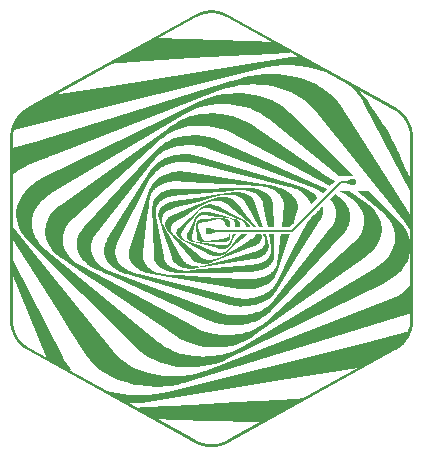
<source format=gbr>
%TF.GenerationSoftware,KiCad,Pcbnew,9.0.6*%
%TF.CreationDate,2025-11-25T14:35:56-05:00*%
%TF.ProjectId,Badge_NFC,42616467-655f-44e4-9643-2e6b69636164,rev?*%
%TF.SameCoordinates,Original*%
%TF.FileFunction,Copper,L2,Bot*%
%TF.FilePolarity,Positive*%
%FSLAX46Y46*%
G04 Gerber Fmt 4.6, Leading zero omitted, Abs format (unit mm)*
G04 Created by KiCad (PCBNEW 9.0.6) date 2025-11-25 14:35:56*
%MOMM*%
%LPD*%
G01*
G04 APERTURE LIST*
%TA.AperFunction,NonConductor*%
%ADD10C,0.000000*%
%TD*%
%TA.AperFunction,ComponentPad*%
%ADD11C,0.600000*%
%TD*%
%TA.AperFunction,ViaPad*%
%ADD12C,0.600000*%
%TD*%
%TA.AperFunction,Conductor*%
%ADD13C,0.200000*%
%TD*%
G04 APERTURE END LIST*
D10*
%TA.AperFunction,NonConductor*%
G36*
X99102133Y-96676680D02*
G01*
X99424390Y-96715218D01*
X99748236Y-96776607D01*
X100072033Y-96861303D01*
X108409618Y-99358784D01*
X108545209Y-99401404D01*
X108676065Y-99446539D01*
X108802199Y-99494183D01*
X108923620Y-99544325D01*
X109040339Y-99596960D01*
X109152368Y-99652077D01*
X109259716Y-99709669D01*
X109362396Y-99769729D01*
X109460417Y-99832247D01*
X109553790Y-99897215D01*
X109642527Y-99964627D01*
X109726637Y-100034472D01*
X109806133Y-100106743D01*
X109881024Y-100181433D01*
X109951322Y-100258532D01*
X110017038Y-100338033D01*
X109782735Y-100573250D01*
X109665841Y-100691109D01*
X109549463Y-100809498D01*
X109440393Y-100921422D01*
X109394176Y-100792292D01*
X109337155Y-100666220D01*
X109269534Y-100543516D01*
X109191518Y-100424485D01*
X109103313Y-100309435D01*
X109005123Y-100198673D01*
X108897154Y-100092506D01*
X108779610Y-99991242D01*
X108652697Y-99895188D01*
X108516619Y-99804651D01*
X108371581Y-99719938D01*
X108217790Y-99641357D01*
X108055448Y-99569213D01*
X107884763Y-99503816D01*
X107705938Y-99445472D01*
X107519178Y-99394487D01*
X99602840Y-97441010D01*
X99453939Y-97407129D01*
X99305101Y-97378618D01*
X99156520Y-97355410D01*
X99008392Y-97337442D01*
X98860910Y-97324648D01*
X98714269Y-97316964D01*
X98568665Y-97314324D01*
X98424290Y-97316665D01*
X98281341Y-97323921D01*
X98140012Y-97336027D01*
X98000497Y-97352918D01*
X97862991Y-97374530D01*
X97727689Y-97400799D01*
X97594784Y-97431658D01*
X97464473Y-97467043D01*
X97336949Y-97506891D01*
X97212407Y-97551134D01*
X97091042Y-97599710D01*
X96973048Y-97652552D01*
X96858620Y-97709597D01*
X96747953Y-97770779D01*
X96641240Y-97836034D01*
X96538678Y-97905297D01*
X96440460Y-97978502D01*
X96346780Y-98055586D01*
X96257835Y-98136483D01*
X96173817Y-98221129D01*
X96094923Y-98309458D01*
X96021346Y-98401406D01*
X95953281Y-98496908D01*
X95890923Y-98595900D01*
X95834466Y-98698316D01*
X93039254Y-104166874D01*
X92989748Y-104271679D01*
X92947955Y-104376382D01*
X92913785Y-104480846D01*
X92887146Y-104584939D01*
X92867946Y-104688525D01*
X92856094Y-104791471D01*
X92851500Y-104893642D01*
X92854071Y-104994904D01*
X92863717Y-105095122D01*
X92880346Y-105194163D01*
X92903866Y-105291892D01*
X92934188Y-105388175D01*
X92971218Y-105482877D01*
X93014867Y-105575865D01*
X93065042Y-105667004D01*
X93121653Y-105756159D01*
X93184608Y-105843197D01*
X93253815Y-105927983D01*
X93329184Y-106010382D01*
X93410624Y-106090262D01*
X93498042Y-106167487D01*
X93591348Y-106241922D01*
X93690451Y-106313435D01*
X93795258Y-106381890D01*
X93905679Y-106447154D01*
X94021623Y-106509091D01*
X94142998Y-106567568D01*
X94269713Y-106622451D01*
X94401677Y-106673604D01*
X94538798Y-106720895D01*
X94680985Y-106764188D01*
X94828146Y-106803349D01*
X102721955Y-108752526D01*
X102871941Y-108786743D01*
X103021781Y-108815585D01*
X103171284Y-108839116D01*
X103320260Y-108857396D01*
X103468520Y-108870488D01*
X103615873Y-108878453D01*
X103762130Y-108881355D01*
X103907099Y-108879255D01*
X104050593Y-108872216D01*
X104192419Y-108860298D01*
X104332388Y-108843565D01*
X104470311Y-108822078D01*
X104605997Y-108795900D01*
X104739256Y-108765093D01*
X104869898Y-108729718D01*
X104997733Y-108689838D01*
X105122572Y-108645515D01*
X105244223Y-108596811D01*
X105362497Y-108543789D01*
X105477204Y-108486509D01*
X105588154Y-108425034D01*
X105695157Y-108359427D01*
X105798023Y-108289749D01*
X105896561Y-108216063D01*
X105990583Y-108138430D01*
X106079897Y-108056913D01*
X106164314Y-107971574D01*
X106243643Y-107882474D01*
X106317696Y-107789677D01*
X106386280Y-107693243D01*
X106449208Y-107593236D01*
X106506288Y-107489717D01*
X107836633Y-104890080D01*
X109157176Y-102287967D01*
X109391506Y-102058423D01*
X109625167Y-101828129D01*
X109642851Y-101816350D01*
X109663083Y-101800729D01*
X109685407Y-101781841D01*
X109709367Y-101760261D01*
X109734507Y-101736564D01*
X109760372Y-101711324D01*
X109812450Y-101658515D01*
X109861956Y-101606432D01*
X109905242Y-101559672D01*
X109958565Y-101500510D01*
X110005721Y-101452767D01*
X110193199Y-101267336D01*
X110380188Y-101081361D01*
X110385389Y-101101357D01*
X110390896Y-101121194D01*
X110402132Y-101160745D01*
X110407518Y-101180640D01*
X110412518Y-101200734D01*
X110416960Y-101221119D01*
X110418918Y-101231449D01*
X110420672Y-101241885D01*
X110429349Y-101307664D01*
X110434733Y-101373195D01*
X110436868Y-101438466D01*
X110435797Y-101503465D01*
X110431565Y-101568178D01*
X110424216Y-101632594D01*
X110413792Y-101696698D01*
X110400339Y-101760479D01*
X110383899Y-101823924D01*
X110364516Y-101887020D01*
X110342235Y-101949755D01*
X110317098Y-102012115D01*
X110289150Y-102074088D01*
X110258435Y-102135662D01*
X110224997Y-102196823D01*
X110188878Y-102257559D01*
X108358492Y-105215197D01*
X106518224Y-108169791D01*
X106407898Y-108331937D01*
X106286796Y-108483394D01*
X106154811Y-108624283D01*
X106011837Y-108754727D01*
X105857768Y-108874848D01*
X105692497Y-108984768D01*
X105515917Y-109084609D01*
X105327923Y-109174493D01*
X105128406Y-109254542D01*
X104917262Y-109324877D01*
X104694383Y-109385622D01*
X104459663Y-109436898D01*
X104212996Y-109478827D01*
X103954274Y-109511531D01*
X103683392Y-109535132D01*
X103400242Y-109549752D01*
X103295254Y-109532223D01*
X103176555Y-109514370D01*
X102908248Y-109473892D01*
X102763755Y-109449369D01*
X102615777Y-109420723D01*
X102466871Y-109387005D01*
X102392869Y-109367946D01*
X102319595Y-109347264D01*
X98082106Y-108084439D01*
X93850963Y-106811088D01*
X93696822Y-106761534D01*
X93548399Y-106707688D01*
X93405781Y-106649706D01*
X93269057Y-106587744D01*
X93138313Y-106521958D01*
X93013637Y-106452502D01*
X92895116Y-106379533D01*
X92782838Y-106303206D01*
X92676890Y-106223677D01*
X92577359Y-106141101D01*
X92484334Y-106055635D01*
X92397902Y-105967433D01*
X92318149Y-105876651D01*
X92245164Y-105783445D01*
X92179034Y-105687971D01*
X92119846Y-105590384D01*
X92067688Y-105490840D01*
X92022648Y-105389494D01*
X91984812Y-105286502D01*
X91954268Y-105182020D01*
X91931104Y-105076203D01*
X91915408Y-104969206D01*
X91907265Y-104861187D01*
X91906765Y-104752299D01*
X91913994Y-104642699D01*
X91929041Y-104532543D01*
X91951991Y-104421985D01*
X91982934Y-104311182D01*
X92021956Y-104200289D01*
X92069144Y-104089462D01*
X92124587Y-103978857D01*
X92188371Y-103868628D01*
X95802272Y-98048750D01*
X95875624Y-97938037D01*
X95954898Y-97831507D01*
X96130395Y-97631216D01*
X96327125Y-97448333D01*
X96543452Y-97283309D01*
X96777738Y-97136599D01*
X97028348Y-97008657D01*
X97293642Y-96899936D01*
X97571986Y-96810891D01*
X97861741Y-96741975D01*
X98161270Y-96693643D01*
X98468936Y-96666347D01*
X98783103Y-96660541D01*
X99102133Y-96676680D01*
G37*
%TD.AperFunction*%
%TA.AperFunction,NonConductor*%
G36*
X100591272Y-103384494D02*
G01*
X100595709Y-103387465D01*
X100586834Y-103381548D01*
X100591272Y-103384494D01*
G37*
%TD.AperFunction*%
%TA.AperFunction,NonConductor*%
G36*
X102026438Y-100257214D02*
G01*
X102153367Y-100268243D01*
X102277854Y-100287742D01*
X102399081Y-100315550D01*
X102516230Y-100351507D01*
X102628485Y-100395455D01*
X102682521Y-100420375D01*
X102735027Y-100447233D01*
X102785900Y-100476009D01*
X102835039Y-100506682D01*
X102882341Y-100539233D01*
X102927704Y-100573642D01*
X102971025Y-100609889D01*
X103012204Y-100647954D01*
X103051137Y-100687816D01*
X103087722Y-100729457D01*
X103514257Y-101244570D01*
X103937990Y-101760829D01*
X104778379Y-102796200D01*
X104579674Y-102794962D01*
X104561915Y-102775920D01*
X104552920Y-102766423D01*
X104543752Y-102756963D01*
X104534341Y-102747558D01*
X104524616Y-102738225D01*
X104514504Y-102728980D01*
X104503935Y-102719841D01*
X103405723Y-101801076D01*
X102302327Y-100885408D01*
X102218307Y-100821988D01*
X102128784Y-100765678D01*
X102034396Y-100716549D01*
X101935787Y-100674677D01*
X101833596Y-100640134D01*
X101728465Y-100612995D01*
X101621034Y-100593332D01*
X101511945Y-100581219D01*
X101401839Y-100576730D01*
X101291357Y-100579939D01*
X101181138Y-100590918D01*
X101071826Y-100609742D01*
X100964060Y-100636484D01*
X100858482Y-100671217D01*
X100755732Y-100714016D01*
X100656452Y-100764953D01*
X99978982Y-101150326D01*
X99304756Y-101538550D01*
X98633819Y-101929585D01*
X97966217Y-102323394D01*
X97918387Y-102353109D01*
X97873409Y-102383765D01*
X97831281Y-102415311D01*
X97792004Y-102447696D01*
X97755576Y-102480869D01*
X97721998Y-102514779D01*
X97691267Y-102549376D01*
X97663385Y-102584608D01*
X97638349Y-102620426D01*
X97616160Y-102656777D01*
X97596817Y-102693612D01*
X97580319Y-102730878D01*
X97566665Y-102768526D01*
X97555855Y-102806505D01*
X97547889Y-102844764D01*
X97542765Y-102883251D01*
X97540483Y-102921916D01*
X97541043Y-102960709D01*
X97544443Y-102999578D01*
X97550684Y-103038473D01*
X97559763Y-103077342D01*
X97571682Y-103116135D01*
X97586439Y-103154801D01*
X97604033Y-103193289D01*
X97624465Y-103231549D01*
X97647732Y-103269529D01*
X97673835Y-103307178D01*
X97702773Y-103344447D01*
X97734546Y-103381283D01*
X97769152Y-103417636D01*
X97806592Y-103453456D01*
X97846864Y-103488691D01*
X100031651Y-105311154D01*
X100077358Y-105347372D01*
X100124632Y-105381321D01*
X100173474Y-105412984D01*
X100223888Y-105442345D01*
X100275878Y-105469386D01*
X100329445Y-105494091D01*
X100384594Y-105516443D01*
X100441326Y-105536424D01*
X100499645Y-105554020D01*
X100559555Y-105569212D01*
X100621057Y-105581984D01*
X100684155Y-105592319D01*
X100748852Y-105600200D01*
X100815150Y-105605610D01*
X100883054Y-105608534D01*
X100952565Y-105608953D01*
X101676013Y-105427824D01*
X102360142Y-105041634D01*
X103039635Y-104651326D01*
X103714742Y-104257258D01*
X104385716Y-103859787D01*
X104424430Y-103835711D01*
X104461116Y-103810908D01*
X104495788Y-103785413D01*
X104528461Y-103759261D01*
X104559150Y-103732486D01*
X104587870Y-103705124D01*
X104614636Y-103677210D01*
X104639463Y-103648777D01*
X104662366Y-103619862D01*
X104683359Y-103590499D01*
X104702457Y-103560722D01*
X104719676Y-103530568D01*
X104735031Y-103500069D01*
X104748535Y-103469263D01*
X104760205Y-103438182D01*
X104770055Y-103406863D01*
X104770127Y-103406863D01*
X104809097Y-103412747D01*
X104853454Y-103418003D01*
X104902949Y-103422655D01*
X104957334Y-103426722D01*
X105016359Y-103430226D01*
X105079776Y-103433190D01*
X105218785Y-103437578D01*
X105235388Y-103481344D01*
X105252237Y-103525012D01*
X105260901Y-103546752D01*
X105269806Y-103568397D01*
X105279011Y-103589925D01*
X105288574Y-103611311D01*
X105277032Y-103678116D01*
X105261605Y-103742924D01*
X105242208Y-103805707D01*
X105218757Y-103866437D01*
X105191165Y-103925087D01*
X105159348Y-103981629D01*
X105123221Y-104036036D01*
X105082699Y-104088279D01*
X105037695Y-104138331D01*
X104988126Y-104186164D01*
X104933907Y-104231750D01*
X104874951Y-104275062D01*
X104811174Y-104316072D01*
X104742491Y-104354753D01*
X104668816Y-104391076D01*
X104590064Y-104425014D01*
X102836917Y-105125785D01*
X101076598Y-105817632D01*
X101013833Y-105840698D01*
X100950428Y-105861327D01*
X100886481Y-105879542D01*
X100822089Y-105895362D01*
X100757349Y-105908809D01*
X100692360Y-105919904D01*
X100562024Y-105935124D01*
X100431859Y-105941190D01*
X100302648Y-105938273D01*
X100175172Y-105926541D01*
X100050209Y-105906163D01*
X99928543Y-105877309D01*
X99810953Y-105840148D01*
X99753930Y-105818505D01*
X99698220Y-105794849D01*
X99643918Y-105769201D01*
X99591124Y-105741582D01*
X99539935Y-105712013D01*
X99490448Y-105680515D01*
X99442760Y-105647110D01*
X99396970Y-105611818D01*
X99353175Y-105574661D01*
X99311473Y-105535660D01*
X99271961Y-105494836D01*
X99234736Y-105452211D01*
X98248014Y-104255004D01*
X97269392Y-103054546D01*
X97235395Y-103010228D01*
X97204839Y-102965486D01*
X97177699Y-102920388D01*
X97153950Y-102875002D01*
X97133568Y-102829395D01*
X97116529Y-102783634D01*
X97102808Y-102737788D01*
X97092380Y-102691923D01*
X97085221Y-102646109D01*
X97081307Y-102600411D01*
X97080612Y-102554898D01*
X97083112Y-102509637D01*
X97088782Y-102464697D01*
X97097599Y-102420144D01*
X97109537Y-102376046D01*
X97124572Y-102332471D01*
X97142679Y-102289486D01*
X97163835Y-102247159D01*
X97188013Y-102205558D01*
X97215190Y-102164750D01*
X97245341Y-102124803D01*
X97278442Y-102085785D01*
X97314468Y-102047762D01*
X97353394Y-102010803D01*
X97395196Y-101974976D01*
X97439850Y-101940347D01*
X97487330Y-101906985D01*
X97537613Y-101874957D01*
X97590673Y-101844331D01*
X97646486Y-101815174D01*
X97705028Y-101787554D01*
X97766274Y-101761538D01*
X99509428Y-101065491D01*
X101259343Y-100377829D01*
X101321193Y-100355071D01*
X101383762Y-100334691D01*
X101446945Y-100316667D01*
X101510642Y-100300980D01*
X101639168Y-100276536D01*
X101768521Y-100261201D01*
X101897883Y-100254813D01*
X102026438Y-100257214D01*
G37*
%TD.AperFunction*%
%TA.AperFunction,NonConductor*%
G36*
X90491992Y-115924822D02*
G01*
X90658233Y-115996436D01*
X90740311Y-116034562D01*
X90820878Y-116074483D01*
X90899319Y-116116387D01*
X90975022Y-116160462D01*
X91047374Y-116206895D01*
X91115763Y-116255873D01*
X91133344Y-116270121D01*
X91066696Y-116241049D01*
X90634896Y-116018774D01*
X90453432Y-115909343D01*
X90491992Y-115924822D01*
G37*
%TD.AperFunction*%
%TA.AperFunction,NonConductor*%
G36*
X88396918Y-113839362D02*
G01*
X88454180Y-113941318D01*
X88540193Y-114085001D01*
X88762120Y-114440891D01*
X88989986Y-114793712D01*
X89083425Y-114933559D01*
X89151081Y-115030145D01*
X88804219Y-114844879D01*
X88132311Y-114498660D01*
X87457513Y-114155639D01*
X87101983Y-113979970D01*
X84042921Y-106551952D01*
X84050994Y-106431928D01*
X84061464Y-106313641D01*
X84074331Y-106197031D01*
X84089597Y-106082043D01*
X84107261Y-105968619D01*
X84127326Y-105856702D01*
X84149791Y-105746234D01*
X84174658Y-105637158D01*
X88396918Y-113839362D01*
G37*
%TD.AperFunction*%
%TA.AperFunction,NonConductor*%
G36*
X104220682Y-99508479D02*
G01*
X104330512Y-99513032D01*
X104438386Y-99521160D01*
X104544197Y-99532787D01*
X104647837Y-99547835D01*
X104749199Y-99566228D01*
X104848175Y-99587890D01*
X104944659Y-99612742D01*
X105038542Y-99640709D01*
X105129719Y-99671713D01*
X105218080Y-99705678D01*
X105303520Y-99742527D01*
X105385930Y-99782183D01*
X105465203Y-99824569D01*
X105541232Y-99869609D01*
X105613910Y-99917225D01*
X105683129Y-99967341D01*
X105748783Y-100019879D01*
X105810763Y-100074764D01*
X105868962Y-100131917D01*
X105923273Y-100191263D01*
X105973589Y-100252725D01*
X106019802Y-100316225D01*
X106061805Y-100381687D01*
X106099491Y-100449034D01*
X106132753Y-100518189D01*
X106161482Y-100589076D01*
X106185572Y-100661617D01*
X106204916Y-100735735D01*
X106219405Y-100811354D01*
X106228934Y-100888398D01*
X106233393Y-100966788D01*
X106277108Y-102792999D01*
X105742598Y-102794445D01*
X105559736Y-101818011D01*
X105380305Y-100841242D01*
X105356721Y-100739914D01*
X105323047Y-100640756D01*
X105279606Y-100544210D01*
X105226721Y-100450719D01*
X105164716Y-100360727D01*
X105093914Y-100274676D01*
X105014638Y-100193009D01*
X104927210Y-100116169D01*
X104831955Y-100044599D01*
X104729196Y-99978742D01*
X104619255Y-99919040D01*
X104502455Y-99865937D01*
X104379121Y-99819875D01*
X104249575Y-99781297D01*
X104114140Y-99750646D01*
X103973139Y-99728366D01*
X103899835Y-99720111D01*
X103825927Y-99713507D01*
X103676588Y-99704854D01*
X103525689Y-99701607D01*
X103373800Y-99702973D01*
X103221488Y-99708152D01*
X103069323Y-99716350D01*
X102767703Y-99738615D01*
X100588706Y-99927543D01*
X98411436Y-100126635D01*
X98180262Y-100147098D01*
X97948936Y-100169664D01*
X97834169Y-100183343D01*
X97720507Y-100199478D01*
X97608330Y-100218713D01*
X97498020Y-100241689D01*
X97411392Y-100263048D01*
X97327834Y-100286646D01*
X97247358Y-100312450D01*
X97169974Y-100340423D01*
X97095693Y-100370532D01*
X97024524Y-100402742D01*
X96956478Y-100437019D01*
X96891566Y-100473328D01*
X96829799Y-100511635D01*
X96771185Y-100551905D01*
X96715737Y-100594104D01*
X96663463Y-100638197D01*
X96614376Y-100684150D01*
X96568484Y-100731927D01*
X96525799Y-100781496D01*
X96486331Y-100832820D01*
X96450091Y-100885867D01*
X96417088Y-100940600D01*
X96387333Y-100996986D01*
X96360837Y-101054990D01*
X96337609Y-101114578D01*
X96317661Y-101175714D01*
X96301003Y-101238366D01*
X96287645Y-101302497D01*
X96277598Y-101368074D01*
X96270872Y-101435062D01*
X96267477Y-101503427D01*
X96267424Y-101573134D01*
X96270723Y-101644148D01*
X96277385Y-101716436D01*
X96287420Y-101789962D01*
X96300839Y-101864692D01*
X96471750Y-102732116D01*
X96636921Y-103600108D01*
X96952675Y-105337432D01*
X96965946Y-105401211D01*
X96982957Y-105463802D01*
X97003637Y-105525149D01*
X97027918Y-105585197D01*
X97055733Y-105643890D01*
X97087011Y-105701171D01*
X97159688Y-105811274D01*
X97245399Y-105915058D01*
X97343596Y-106012077D01*
X97453731Y-106101880D01*
X97575256Y-106184021D01*
X97707622Y-106258050D01*
X97850280Y-106323520D01*
X98002683Y-106379983D01*
X98164282Y-106426990D01*
X98334529Y-106464093D01*
X98512875Y-106490844D01*
X98698771Y-106506795D01*
X98891670Y-106511498D01*
X98995722Y-106508930D01*
X99066829Y-106506112D01*
X99104652Y-106503849D01*
X99143035Y-106500836D01*
X104350702Y-106032915D01*
X104507202Y-106015616D01*
X104658207Y-105992245D01*
X104803380Y-105962889D01*
X104873674Y-105945993D01*
X104942383Y-105927633D01*
X105009465Y-105907819D01*
X105074877Y-105886564D01*
X105138578Y-105863877D01*
X105200524Y-105839769D01*
X105260675Y-105814251D01*
X105318987Y-105787334D01*
X105375418Y-105759029D01*
X105429926Y-105729346D01*
X105482469Y-105698297D01*
X105533004Y-105665892D01*
X105581490Y-105632142D01*
X105627883Y-105597058D01*
X105672142Y-105560651D01*
X105714225Y-105522930D01*
X105754088Y-105483909D01*
X105791691Y-105443596D01*
X105826990Y-105402003D01*
X105859943Y-105359141D01*
X105890508Y-105315021D01*
X105918643Y-105269653D01*
X105944306Y-105223048D01*
X105967453Y-105175217D01*
X105988044Y-105126171D01*
X106006036Y-105075921D01*
X106019520Y-105031187D01*
X106030877Y-104985923D01*
X106040208Y-104940192D01*
X106047617Y-104894055D01*
X106053206Y-104847576D01*
X106057078Y-104800817D01*
X106059334Y-104753840D01*
X106060077Y-104706708D01*
X106059410Y-104659483D01*
X106057434Y-104612228D01*
X106054254Y-104565005D01*
X106049970Y-104517877D01*
X106038503Y-104424154D01*
X106023854Y-104331561D01*
X105984208Y-104108254D01*
X105943357Y-103885047D01*
X105860644Y-103438714D01*
X105956390Y-103437394D01*
X106053400Y-103435791D01*
X106053432Y-103435756D01*
X106292553Y-103438302D01*
X106332625Y-105113173D01*
X106331680Y-105193237D01*
X106325646Y-105271842D01*
X106314617Y-105348920D01*
X106298690Y-105424402D01*
X106277959Y-105498219D01*
X106252518Y-105570301D01*
X106222464Y-105640581D01*
X106187891Y-105708988D01*
X106148894Y-105775454D01*
X106105569Y-105839910D01*
X106058010Y-105902287D01*
X106006312Y-105962516D01*
X105950572Y-106020529D01*
X105890883Y-106076255D01*
X105827341Y-106129627D01*
X105760040Y-106180575D01*
X105614545Y-106274923D01*
X105455159Y-106358749D01*
X105282642Y-106431501D01*
X105097754Y-106492627D01*
X104901257Y-106541575D01*
X104693911Y-106577794D01*
X104476477Y-106600732D01*
X104249715Y-106609837D01*
X101262197Y-106689223D01*
X98250634Y-106689669D01*
X98136009Y-106688132D01*
X98023456Y-106683032D01*
X97913073Y-106674437D01*
X97804960Y-106662415D01*
X97699216Y-106647035D01*
X97595940Y-106628365D01*
X97495230Y-106606473D01*
X97397186Y-106581427D01*
X97301907Y-106553296D01*
X97209491Y-106522148D01*
X97120038Y-106488051D01*
X97033646Y-106451073D01*
X96950414Y-106411284D01*
X96870442Y-106368750D01*
X96793829Y-106323540D01*
X96720673Y-106275723D01*
X96651073Y-106225367D01*
X96585128Y-106172540D01*
X96522938Y-106117311D01*
X96464601Y-106059747D01*
X96410216Y-105999917D01*
X96359883Y-105937889D01*
X96313699Y-105873731D01*
X96271765Y-105807512D01*
X96234179Y-105739301D01*
X96201040Y-105669164D01*
X96172447Y-105597171D01*
X96148499Y-105523390D01*
X96129294Y-105447889D01*
X96114933Y-105370736D01*
X96105514Y-105292000D01*
X96101135Y-105211749D01*
X96049099Y-103113371D01*
X96003383Y-101014941D01*
X96004564Y-100948156D01*
X96010259Y-100882006D01*
X96020366Y-100816572D01*
X96034783Y-100751935D01*
X96053408Y-100688176D01*
X96076141Y-100625377D01*
X96102879Y-100563619D01*
X96133522Y-100502984D01*
X96167967Y-100443551D01*
X96206112Y-100385403D01*
X96247857Y-100328622D01*
X96293100Y-100273287D01*
X96393672Y-100167284D01*
X96507015Y-100068046D01*
X96632318Y-99976221D01*
X96768768Y-99892459D01*
X96915552Y-99817412D01*
X97071857Y-99751728D01*
X97236871Y-99696059D01*
X97409782Y-99651053D01*
X97589776Y-99617361D01*
X97776041Y-99595633D01*
X97939033Y-99584225D01*
X98102624Y-99576253D01*
X98266681Y-99571045D01*
X98431076Y-99567930D01*
X99089412Y-99562956D01*
X104109003Y-99507579D01*
X104220682Y-99508479D01*
G37*
%TD.AperFunction*%
%TA.AperFunction,NonConductor*%
G36*
X98715472Y-98125659D02*
G01*
X98982922Y-98160674D01*
X106337163Y-99385888D01*
X106555117Y-99428973D01*
X106763839Y-99483899D01*
X106864530Y-99515696D01*
X106962663Y-99550324D01*
X107058156Y-99587742D01*
X107150925Y-99627907D01*
X107240887Y-99670775D01*
X107327959Y-99716304D01*
X107412059Y-99764452D01*
X107493103Y-99815176D01*
X107571007Y-99868432D01*
X107645690Y-99924179D01*
X107717068Y-99982374D01*
X107785057Y-100042973D01*
X107849575Y-100105935D01*
X107910538Y-100171216D01*
X107967864Y-100238773D01*
X108021470Y-100308565D01*
X108071272Y-100380547D01*
X108117187Y-100454679D01*
X108159133Y-100530916D01*
X108197026Y-100609216D01*
X108230783Y-100689537D01*
X108260321Y-100771835D01*
X108285557Y-100856068D01*
X108306408Y-100942193D01*
X108322790Y-101030168D01*
X108334622Y-101119950D01*
X108341819Y-101211496D01*
X108344299Y-101304763D01*
X108189118Y-101795479D01*
X108093703Y-102091941D01*
X107989849Y-102402437D01*
X107977504Y-102438277D01*
X107870573Y-102545842D01*
X107817099Y-102599618D01*
X107763902Y-102653664D01*
X107623498Y-102797749D01*
X107299090Y-102795281D01*
X106935238Y-102793690D01*
X107032017Y-101980469D01*
X107083177Y-101574052D01*
X107137590Y-101167868D01*
X107146422Y-101085893D01*
X107150096Y-101004682D01*
X107148691Y-100924325D01*
X107142287Y-100844911D01*
X107130964Y-100766528D01*
X107114801Y-100689267D01*
X107093878Y-100613217D01*
X107068274Y-100538466D01*
X107038070Y-100465104D01*
X107003345Y-100393220D01*
X106964178Y-100322903D01*
X106920649Y-100254243D01*
X106872838Y-100187329D01*
X106820825Y-100122250D01*
X106764689Y-100059095D01*
X106704510Y-99997953D01*
X106640367Y-99938914D01*
X106572340Y-99882067D01*
X106500509Y-99827501D01*
X106424953Y-99775306D01*
X106345753Y-99725570D01*
X106262987Y-99678382D01*
X106087077Y-99592010D01*
X105897863Y-99516904D01*
X105695980Y-99453778D01*
X105482067Y-99403344D01*
X105256759Y-99366317D01*
X105107166Y-99348893D01*
X104956632Y-99334979D01*
X104805361Y-99323839D01*
X104653558Y-99314736D01*
X104045096Y-99283974D01*
X100284566Y-99063737D01*
X99141820Y-98994872D01*
X98570145Y-98966723D01*
X98284200Y-98956975D01*
X97998171Y-98951159D01*
X97899650Y-98951572D01*
X97801807Y-98955244D01*
X97704771Y-98962105D01*
X97608671Y-98972082D01*
X97513632Y-98985104D01*
X97419785Y-99001101D01*
X97327257Y-99019999D01*
X97236175Y-99041728D01*
X97146669Y-99066216D01*
X97058865Y-99093392D01*
X96972892Y-99123183D01*
X96888878Y-99155519D01*
X96806951Y-99190328D01*
X96727239Y-99227538D01*
X96649870Y-99267078D01*
X96574971Y-99308876D01*
X96502672Y-99352861D01*
X96433099Y-99398961D01*
X96366382Y-99447104D01*
X96302647Y-99497220D01*
X96242024Y-99549236D01*
X96184639Y-99603081D01*
X96130621Y-99658684D01*
X96080099Y-99715972D01*
X96033199Y-99774875D01*
X95990050Y-99835320D01*
X95950781Y-99897237D01*
X95915518Y-99960553D01*
X95884390Y-100025198D01*
X95857526Y-100091099D01*
X95835052Y-100158185D01*
X95817098Y-100226385D01*
X95772590Y-100439543D01*
X95734997Y-100653489D01*
X95702915Y-100868057D01*
X95674940Y-101083082D01*
X95576017Y-101944422D01*
X95391772Y-103482191D01*
X95298596Y-104250992D01*
X95198729Y-105019340D01*
X95189995Y-105101812D01*
X95186335Y-105183465D01*
X95187675Y-105264212D01*
X95193939Y-105343968D01*
X95205055Y-105422649D01*
X95220947Y-105500168D01*
X95241542Y-105576439D01*
X95266765Y-105651378D01*
X95296541Y-105724898D01*
X95330796Y-105796915D01*
X95369457Y-105867342D01*
X95412448Y-105936094D01*
X95459695Y-106003086D01*
X95511124Y-106068231D01*
X95566661Y-106131445D01*
X95626231Y-106192642D01*
X95689759Y-106251737D01*
X95757173Y-106308643D01*
X95828397Y-106363275D01*
X95903356Y-106415548D01*
X95981977Y-106465376D01*
X96064186Y-106512674D01*
X96239067Y-106599337D01*
X96427405Y-106674852D01*
X96628605Y-106738535D01*
X96842073Y-106789701D01*
X97067214Y-106827666D01*
X97213658Y-106845296D01*
X97361110Y-106859321D01*
X97509351Y-106870491D01*
X97658164Y-106879557D01*
X98254764Y-106909804D01*
X101443945Y-107096675D01*
X104063841Y-107248431D01*
X104190221Y-107247904D01*
X104314502Y-107243860D01*
X104436583Y-107236369D01*
X104556363Y-107225499D01*
X104673741Y-107211319D01*
X104788615Y-107193899D01*
X104900883Y-107173308D01*
X105010444Y-107149616D01*
X105117197Y-107122890D01*
X105221040Y-107093201D01*
X105321872Y-107060617D01*
X105419591Y-107025208D01*
X105514096Y-106987042D01*
X105605286Y-106946190D01*
X105693059Y-106902720D01*
X105777313Y-106856701D01*
X105857948Y-106808202D01*
X105934861Y-106757293D01*
X106007951Y-106704042D01*
X106077118Y-106648520D01*
X106142259Y-106590794D01*
X106203272Y-106530934D01*
X106260058Y-106469010D01*
X106312513Y-106405090D01*
X106360537Y-106339244D01*
X106404029Y-106271540D01*
X106442886Y-106202048D01*
X106477008Y-106130837D01*
X106506292Y-106057976D01*
X106530638Y-105983535D01*
X106549944Y-105907582D01*
X106564109Y-105830186D01*
X106632067Y-105337754D01*
X106692890Y-104844799D01*
X106808697Y-103858482D01*
X106808764Y-103858478D01*
X106857983Y-103440843D01*
X107258352Y-103439523D01*
X107633334Y-103435547D01*
X106524002Y-106649733D01*
X106487637Y-106745634D01*
X106445518Y-106838830D01*
X106397808Y-106929253D01*
X106344671Y-107016830D01*
X106286271Y-107101492D01*
X106222772Y-107183168D01*
X106081130Y-107337279D01*
X105921057Y-107478599D01*
X105743862Y-107606563D01*
X105550857Y-107720606D01*
X105343352Y-107820164D01*
X105122657Y-107904672D01*
X104890082Y-107973565D01*
X104646938Y-108026279D01*
X104394536Y-108062248D01*
X104134186Y-108080909D01*
X103867198Y-108081696D01*
X103594883Y-108064045D01*
X103318551Y-108027390D01*
X95987251Y-106807061D01*
X95855092Y-106782515D01*
X95726536Y-106753855D01*
X95601690Y-106721204D01*
X95480658Y-106684688D01*
X95363548Y-106644430D01*
X95250465Y-106600556D01*
X95141516Y-106553191D01*
X95036808Y-106502459D01*
X94936446Y-106448485D01*
X94840536Y-106391394D01*
X94749185Y-106331310D01*
X94662500Y-106268358D01*
X94580585Y-106202662D01*
X94503549Y-106134348D01*
X94431496Y-106063540D01*
X94364533Y-105990364D01*
X94302766Y-105914942D01*
X94246302Y-105837401D01*
X94195246Y-105757865D01*
X94149706Y-105676459D01*
X94109786Y-105593307D01*
X94075594Y-105508534D01*
X94047236Y-105422265D01*
X94024818Y-105334624D01*
X94008446Y-105245737D01*
X93998226Y-105155728D01*
X93994265Y-105064721D01*
X93996668Y-104972842D01*
X94005543Y-104880214D01*
X94020995Y-104786964D01*
X94043131Y-104693215D01*
X94072056Y-104599092D01*
X95818986Y-99521167D01*
X95854416Y-99428343D01*
X95895770Y-99337983D01*
X95942865Y-99250165D01*
X95995517Y-99164967D01*
X96053544Y-99082467D01*
X96116762Y-99002745D01*
X96258041Y-98851941D01*
X96417888Y-98713182D01*
X96594841Y-98587094D01*
X96787433Y-98474301D01*
X96994201Y-98375429D01*
X97213680Y-98291103D01*
X97444406Y-98221950D01*
X97684913Y-98168594D01*
X97933738Y-98131662D01*
X98189416Y-98111778D01*
X98450482Y-98109569D01*
X98715472Y-98125659D01*
G37*
%TD.AperFunction*%
%TA.AperFunction,NonConductor*%
G36*
X90226947Y-115772761D02*
G01*
X90453432Y-115909343D01*
X90168337Y-115794896D01*
X90138006Y-115752202D01*
X90105324Y-115711231D01*
X90070483Y-115671856D01*
X90041903Y-115642426D01*
X90226947Y-115772761D01*
G37*
%TD.AperFunction*%
%TA.AperFunction,NonConductor*%
G36*
X101100122Y-84475109D02*
G01*
X101191608Y-84479403D01*
X101282951Y-84486560D01*
X101374085Y-84496580D01*
X101464938Y-84509463D01*
X101555443Y-84525209D01*
X101645530Y-84543819D01*
X101735131Y-84565291D01*
X101824176Y-84589627D01*
X101912597Y-84616827D01*
X102000325Y-84646890D01*
X102087290Y-84679818D01*
X102173425Y-84715609D01*
X102258659Y-84754263D01*
X102342925Y-84795782D01*
X102426152Y-84840166D01*
X116563631Y-92673301D01*
X116733852Y-92775290D01*
X116895471Y-92887602D01*
X117048160Y-93009680D01*
X117191590Y-93140967D01*
X117325433Y-93280906D01*
X117449360Y-93428938D01*
X117563043Y-93584508D01*
X117666154Y-93747057D01*
X117758365Y-93916028D01*
X117839346Y-94090864D01*
X117908769Y-94271008D01*
X117966307Y-94455902D01*
X118011630Y-94644989D01*
X118044410Y-94837711D01*
X118064319Y-95033512D01*
X118071028Y-95231835D01*
X118071028Y-110692761D01*
X118069344Y-110792206D01*
X118064319Y-110891089D01*
X118055995Y-110989342D01*
X118044411Y-111086895D01*
X118029610Y-111183679D01*
X118011633Y-111279622D01*
X117990520Y-111374657D01*
X117966312Y-111468713D01*
X117939050Y-111561720D01*
X117908776Y-111653610D01*
X117875531Y-111744311D01*
X117839355Y-111833755D01*
X117800290Y-111921872D01*
X117758376Y-112008593D01*
X117713655Y-112093846D01*
X117666167Y-112177564D01*
X117615955Y-112259676D01*
X117563058Y-112340113D01*
X117507518Y-112418804D01*
X117449375Y-112495681D01*
X117388672Y-112570673D01*
X117325448Y-112643711D01*
X117259745Y-112714726D01*
X117191604Y-112783647D01*
X117121066Y-112850405D01*
X117048173Y-112914930D01*
X116972964Y-112977153D01*
X116895481Y-113037004D01*
X116815765Y-113094413D01*
X116733858Y-113149311D01*
X116649799Y-113201627D01*
X116563631Y-113251293D01*
X102426116Y-121084428D01*
X102342894Y-121128805D01*
X102258631Y-121170320D01*
X102173396Y-121208972D01*
X102087260Y-121244761D01*
X102000291Y-121277687D01*
X101912559Y-121307751D01*
X101824134Y-121334951D01*
X101735083Y-121359289D01*
X101645478Y-121380763D01*
X101555387Y-121399375D01*
X101464880Y-121415123D01*
X101374025Y-121428008D01*
X101282894Y-121438030D01*
X101191554Y-121445189D01*
X101100075Y-121449484D01*
X101008527Y-121450916D01*
X100916979Y-121449484D01*
X100825500Y-121445189D01*
X100734160Y-121438030D01*
X100643029Y-121428008D01*
X100552175Y-121415123D01*
X100461667Y-121399375D01*
X100371577Y-121380763D01*
X100281971Y-121359289D01*
X100192921Y-121334951D01*
X100104495Y-121307751D01*
X100016763Y-121277687D01*
X99929794Y-121244761D01*
X99843658Y-121208972D01*
X99758424Y-121170320D01*
X99674160Y-121128805D01*
X99590938Y-121084428D01*
X85453460Y-113251293D01*
X85283239Y-113149305D01*
X85121620Y-113036993D01*
X84968931Y-112914914D01*
X84825501Y-112783627D01*
X84691658Y-112643689D01*
X84567731Y-112495656D01*
X84454047Y-112340087D01*
X84350936Y-112177538D01*
X84258726Y-112008567D01*
X84177745Y-111833731D01*
X84108322Y-111653587D01*
X84050784Y-111468693D01*
X84005461Y-111279606D01*
X83972681Y-111086884D01*
X83952772Y-110891083D01*
X83946063Y-110692761D01*
X83946063Y-110692759D01*
X84189826Y-110692759D01*
X84191371Y-110783876D01*
X84195980Y-110874486D01*
X84203616Y-110964523D01*
X84214241Y-111053924D01*
X84227817Y-111142624D01*
X84244305Y-111230559D01*
X84263670Y-111317665D01*
X84285871Y-111403878D01*
X84310872Y-111489134D01*
X84338636Y-111573368D01*
X84369123Y-111656516D01*
X84402296Y-111738514D01*
X84438118Y-111819297D01*
X84476550Y-111898803D01*
X84517555Y-111976965D01*
X84561095Y-112053721D01*
X84607132Y-112129005D01*
X84655628Y-112202754D01*
X84706545Y-112274904D01*
X84759846Y-112345389D01*
X84815493Y-112414147D01*
X84873448Y-112481113D01*
X84933673Y-112546222D01*
X84996130Y-112609411D01*
X85060782Y-112670615D01*
X85127590Y-112729769D01*
X85196517Y-112786811D01*
X85267525Y-112841675D01*
X85340576Y-112894298D01*
X85415632Y-112944615D01*
X85492656Y-112992562D01*
X85571610Y-113038074D01*
X99709054Y-120871246D01*
X99784032Y-120911238D01*
X99860174Y-120948784D01*
X99937408Y-120983863D01*
X100015664Y-121016459D01*
X100094871Y-121046553D01*
X100174957Y-121074126D01*
X100255851Y-121099160D01*
X100337482Y-121121637D01*
X100419779Y-121141538D01*
X100502671Y-121158845D01*
X100586087Y-121173540D01*
X100669955Y-121185604D01*
X100754204Y-121195020D01*
X100838763Y-121201768D01*
X100923562Y-121205830D01*
X101008528Y-121207188D01*
X101093495Y-121205830D01*
X101178293Y-121201768D01*
X101262853Y-121195020D01*
X101347102Y-121185604D01*
X101430970Y-121173540D01*
X101514385Y-121158845D01*
X101597277Y-121141538D01*
X101679574Y-121121637D01*
X101761206Y-121099160D01*
X101842100Y-121074126D01*
X101922186Y-121046553D01*
X102001392Y-121016459D01*
X102079648Y-120983863D01*
X102156883Y-120948784D01*
X102233025Y-120911238D01*
X102308003Y-120871246D01*
X116445515Y-113038111D01*
X116601487Y-112944652D01*
X116749591Y-112841713D01*
X116889523Y-112729806D01*
X117020982Y-112609448D01*
X117143663Y-112481149D01*
X117257265Y-112345426D01*
X117361485Y-112202790D01*
X117456019Y-112053757D01*
X117540566Y-111898839D01*
X117614822Y-111738550D01*
X117678484Y-111573404D01*
X117731251Y-111403915D01*
X117772818Y-111230595D01*
X117802884Y-111053960D01*
X117821146Y-110874522D01*
X117827301Y-110692796D01*
X117827301Y-95231835D01*
X117825756Y-95140717D01*
X117821146Y-95050108D01*
X117813511Y-94960071D01*
X117802886Y-94870670D01*
X117789310Y-94781970D01*
X117772821Y-94694035D01*
X117753457Y-94606928D01*
X117731255Y-94520715D01*
X117706254Y-94435460D01*
X117678491Y-94351226D01*
X117648004Y-94268078D01*
X117614830Y-94186080D01*
X117579008Y-94105296D01*
X117540576Y-94025791D01*
X117499571Y-93947629D01*
X117456031Y-93870873D01*
X117409994Y-93795589D01*
X117361498Y-93721840D01*
X117310580Y-93649690D01*
X117257279Y-93579204D01*
X117201632Y-93510446D01*
X117143678Y-93443481D01*
X117083453Y-93378372D01*
X117020995Y-93315183D01*
X116956344Y-93253979D01*
X116889535Y-93194824D01*
X116820608Y-93137783D01*
X116749600Y-93082918D01*
X116676549Y-93030296D01*
X116601493Y-92979979D01*
X116524469Y-92932032D01*
X116445515Y-92886520D01*
X102308037Y-85053385D01*
X102233066Y-85013398D01*
X102156930Y-84975857D01*
X102079703Y-84940779D01*
X102001454Y-84908185D01*
X101922255Y-84878092D01*
X101842178Y-84850519D01*
X101761293Y-84825483D01*
X101679673Y-84803005D01*
X101597387Y-84783102D01*
X101514509Y-84765793D01*
X101431108Y-84751096D01*
X101347257Y-84739029D01*
X101263026Y-84729612D01*
X101178486Y-84722863D01*
X101093710Y-84718800D01*
X101008769Y-84717441D01*
X101008769Y-84717407D01*
X100923771Y-84718771D01*
X100838944Y-84722838D01*
X100754359Y-84729591D01*
X100670086Y-84739010D01*
X100586197Y-84751077D01*
X100502763Y-84765774D01*
X100419856Y-84783082D01*
X100337546Y-84802984D01*
X100255905Y-84825460D01*
X100175004Y-84850493D01*
X100094914Y-84878064D01*
X100015706Y-84908155D01*
X99937452Y-84940748D01*
X99860222Y-84975824D01*
X99784089Y-85013364D01*
X99709122Y-85053351D01*
X85571610Y-92886485D01*
X85415638Y-92979944D01*
X85267535Y-93082884D01*
X85127603Y-93194789D01*
X84996145Y-93315148D01*
X84873463Y-93443446D01*
X84759862Y-93579170D01*
X84655642Y-93721805D01*
X84561108Y-93870838D01*
X84476561Y-94025756D01*
X84402305Y-94186045D01*
X84338642Y-94351191D01*
X84285876Y-94520681D01*
X84244308Y-94694000D01*
X84214242Y-94870635D01*
X84195981Y-95050073D01*
X84189826Y-95231800D01*
X84189826Y-110692759D01*
X83946063Y-110692759D01*
X83946063Y-95231800D01*
X83947747Y-95132359D01*
X83952772Y-95033478D01*
X83961097Y-94935227D01*
X83972681Y-94837677D01*
X83987483Y-94740896D01*
X84005461Y-94644954D01*
X84026576Y-94549922D01*
X84050784Y-94455868D01*
X84078047Y-94362862D01*
X84108322Y-94270974D01*
X84141568Y-94180274D01*
X84177745Y-94090831D01*
X84216811Y-94002716D01*
X84258726Y-93915996D01*
X84303448Y-93830744D01*
X84350936Y-93747027D01*
X84401150Y-93664915D01*
X84454047Y-93584480D01*
X84509588Y-93505789D01*
X84567731Y-93428912D01*
X84628434Y-93353921D01*
X84691658Y-93280883D01*
X84757361Y-93209868D01*
X84825501Y-93140947D01*
X84896038Y-93074190D01*
X84968931Y-93009664D01*
X85044139Y-92947441D01*
X85121620Y-92887591D01*
X85201334Y-92830181D01*
X85283239Y-92775284D01*
X85367295Y-92722967D01*
X85453460Y-92673301D01*
X99590973Y-84840166D01*
X99674185Y-84795788D01*
X99758441Y-84754273D01*
X99843673Y-84715621D01*
X99929810Y-84679832D01*
X100016781Y-84646906D01*
X100104518Y-84616842D01*
X100192950Y-84589642D01*
X100282007Y-84565304D01*
X100371618Y-84543830D01*
X100461715Y-84525218D01*
X100552227Y-84509470D01*
X100643084Y-84496585D01*
X100734216Y-84486563D01*
X100825553Y-84479405D01*
X100917026Y-84475110D01*
X101008563Y-84473678D01*
X101100122Y-84475109D01*
G37*
%TD.AperFunction*%
%TA.AperFunction,NonConductor*%
G36*
X100999499Y-100909757D02*
G01*
X101079262Y-100931235D01*
X101239327Y-100973681D01*
X101317759Y-100996430D01*
X101356166Y-101008576D01*
X101393877Y-101021383D01*
X101430777Y-101034965D01*
X101466748Y-101049432D01*
X101501673Y-101064895D01*
X101535436Y-101081465D01*
X102133824Y-101394594D01*
X102728542Y-101711222D01*
X103911535Y-102350499D01*
X103949652Y-102372252D01*
X103985849Y-102395062D01*
X104020120Y-102418873D01*
X104052459Y-102443629D01*
X104082859Y-102469273D01*
X104111316Y-102495748D01*
X104137823Y-102522998D01*
X104162375Y-102550967D01*
X104184965Y-102579597D01*
X104205588Y-102608833D01*
X104224238Y-102638617D01*
X104240909Y-102668894D01*
X104255596Y-102699606D01*
X104268292Y-102730698D01*
X104278991Y-102762112D01*
X104287688Y-102793793D01*
X103894475Y-102793070D01*
X103895885Y-102789783D01*
X103897373Y-102786232D01*
X103898848Y-102782746D01*
X103899552Y-102781130D01*
X103900219Y-102779654D01*
X103894252Y-102728511D01*
X103885579Y-102679450D01*
X103874134Y-102632447D01*
X103859852Y-102587476D01*
X103851627Y-102565745D01*
X103842667Y-102544512D01*
X103832965Y-102523775D01*
X103822512Y-102503530D01*
X103811300Y-102483775D01*
X103799321Y-102464505D01*
X103786566Y-102445718D01*
X103773028Y-102427411D01*
X103758698Y-102409581D01*
X103743568Y-102392223D01*
X103727629Y-102375336D01*
X103710874Y-102358917D01*
X103693293Y-102342961D01*
X103674880Y-102327465D01*
X103655625Y-102312428D01*
X103635520Y-102297845D01*
X103592728Y-102270029D01*
X103546437Y-102243993D01*
X103496583Y-102219713D01*
X103443099Y-102197161D01*
X102264585Y-101736953D01*
X101080965Y-101283298D01*
X101038193Y-101267984D01*
X100995184Y-101254260D01*
X100951992Y-101242116D01*
X100908673Y-101231540D01*
X100821864Y-101215051D01*
X100735192Y-101204705D01*
X100649088Y-101200415D01*
X100563987Y-101202093D01*
X100480320Y-101209653D01*
X100398522Y-101223007D01*
X100319024Y-101242067D01*
X100280274Y-101253710D01*
X100242261Y-101266746D01*
X100205040Y-101281165D01*
X100168666Y-101296956D01*
X100133191Y-101314109D01*
X100098670Y-101332611D01*
X100065158Y-101352453D01*
X100032708Y-101373622D01*
X100001375Y-101396109D01*
X99971212Y-101419903D01*
X99942275Y-101444992D01*
X99914616Y-101471365D01*
X99888291Y-101499013D01*
X99863353Y-101527922D01*
X99531141Y-101935212D01*
X99201873Y-102343692D01*
X98875785Y-102753417D01*
X98553112Y-103164441D01*
X98531640Y-103193590D01*
X98512441Y-103222967D01*
X98495495Y-103252531D01*
X98480786Y-103282238D01*
X98468294Y-103312049D01*
X98458001Y-103341921D01*
X98449889Y-103371813D01*
X98443940Y-103401682D01*
X98440135Y-103431488D01*
X98438457Y-103461188D01*
X98438886Y-103490742D01*
X98441405Y-103520107D01*
X98445995Y-103549241D01*
X98452638Y-103578104D01*
X98461316Y-103606653D01*
X98472010Y-103634847D01*
X98484703Y-103662644D01*
X98499375Y-103690003D01*
X98516009Y-103716882D01*
X98534586Y-103743238D01*
X98555089Y-103769032D01*
X98577497Y-103794220D01*
X98601795Y-103818762D01*
X98627963Y-103842615D01*
X98655982Y-103865738D01*
X98685835Y-103888090D01*
X98717503Y-103909629D01*
X98750969Y-103930312D01*
X98786213Y-103950099D01*
X98823218Y-103968948D01*
X98861965Y-103986817D01*
X98902435Y-104003664D01*
X100070519Y-104459913D01*
X101244793Y-104908241D01*
X101288908Y-104924037D01*
X101333170Y-104938212D01*
X101377527Y-104950776D01*
X101421931Y-104961740D01*
X101466330Y-104971114D01*
X101510675Y-104978909D01*
X101599002Y-104989804D01*
X101686510Y-104994507D01*
X101772798Y-104993104D01*
X101857464Y-104985677D01*
X101899065Y-104979732D01*
X101940109Y-104972312D01*
X101980548Y-104963428D01*
X102020332Y-104953092D01*
X102059409Y-104941312D01*
X102097730Y-104928100D01*
X102135245Y-104913466D01*
X102171903Y-104897421D01*
X102207655Y-104879975D01*
X102242450Y-104861139D01*
X102276239Y-104840923D01*
X102308971Y-104819338D01*
X102340595Y-104796394D01*
X102371063Y-104772101D01*
X102400324Y-104746471D01*
X102428327Y-104719513D01*
X102455022Y-104691238D01*
X102480360Y-104661657D01*
X102480324Y-104661624D01*
X102734884Y-104347119D01*
X102987177Y-104031699D01*
X103487812Y-103399297D01*
X103768504Y-103392027D01*
X104035187Y-103384060D01*
X103584490Y-103799100D01*
X103129455Y-104211834D01*
X102670157Y-104622227D01*
X102206671Y-105030244D01*
X102144241Y-105079516D01*
X102075992Y-105123651D01*
X102002600Y-105162569D01*
X101924742Y-105196189D01*
X101843095Y-105224429D01*
X101758337Y-105247210D01*
X101671144Y-105264449D01*
X101582193Y-105276066D01*
X101492162Y-105281980D01*
X101401727Y-105282110D01*
X101311565Y-105276374D01*
X101222354Y-105264693D01*
X101134770Y-105246985D01*
X101049491Y-105223169D01*
X100967193Y-105193164D01*
X100888554Y-105156889D01*
X100250426Y-104825160D01*
X99616639Y-104489240D01*
X98987405Y-104149128D01*
X98362937Y-103804823D01*
X98327811Y-103784150D01*
X98294568Y-103762338D01*
X98263216Y-103739451D01*
X98233763Y-103715552D01*
X98206217Y-103690703D01*
X98180586Y-103664969D01*
X98156879Y-103638413D01*
X98135103Y-103611096D01*
X98115268Y-103583084D01*
X98097380Y-103554439D01*
X98081449Y-103525223D01*
X98067483Y-103495502D01*
X98055489Y-103465336D01*
X98045476Y-103434791D01*
X98037453Y-103403928D01*
X98031427Y-103372812D01*
X98027406Y-103341504D01*
X98025399Y-103310070D01*
X98025414Y-103278571D01*
X98027460Y-103247071D01*
X98031544Y-103215633D01*
X98037674Y-103184321D01*
X98045860Y-103153197D01*
X98056108Y-103122325D01*
X98068428Y-103091767D01*
X98082827Y-103061588D01*
X98099314Y-103031850D01*
X98117897Y-103002617D01*
X98138583Y-102973951D01*
X98161382Y-102945916D01*
X98186302Y-102918575D01*
X98213350Y-102891992D01*
X98687447Y-102455139D01*
X99166948Y-102021149D01*
X99650435Y-101589314D01*
X100136489Y-101158924D01*
X100172590Y-101128945D01*
X100210552Y-101101061D01*
X100250346Y-101075194D01*
X100291942Y-101051266D01*
X100335311Y-101029198D01*
X100380426Y-101008914D01*
X100427256Y-100990334D01*
X100475774Y-100973380D01*
X100525949Y-100957975D01*
X100577753Y-100944039D01*
X100631157Y-100931496D01*
X100686131Y-100920266D01*
X100742648Y-100910272D01*
X100800678Y-100901435D01*
X100921161Y-100886922D01*
X100999499Y-100909757D01*
G37*
%TD.AperFunction*%
%TA.AperFunction,NonConductor*%
G36*
X108763998Y-88378879D02*
G01*
X108794417Y-88425080D01*
X108829803Y-88470270D01*
X108914543Y-88557894D01*
X109016347Y-88642308D01*
X109133345Y-88724070D01*
X109263667Y-88803739D01*
X109405444Y-88881873D01*
X109715881Y-89035770D01*
X110391924Y-89349715D01*
X110561520Y-89432739D01*
X110727610Y-89518696D01*
X110888324Y-89608143D01*
X111041792Y-89701639D01*
X111153845Y-89760444D01*
X111254185Y-89811371D01*
X111433618Y-89898796D01*
X111607871Y-89982325D01*
X111701737Y-90028383D01*
X111804726Y-90080371D01*
X111822046Y-90093209D01*
X111846223Y-90109494D01*
X111911292Y-90150379D01*
X111992215Y-90198962D01*
X112081278Y-90251181D01*
X112364587Y-90415180D01*
X112386792Y-90458386D01*
X112409347Y-90498442D01*
X112432288Y-90535508D01*
X112455653Y-90569737D01*
X112479481Y-90601289D01*
X112503807Y-90630319D01*
X112528671Y-90656984D01*
X112554110Y-90681442D01*
X112580161Y-90703847D01*
X112606862Y-90724358D01*
X112634251Y-90743131D01*
X112662364Y-90760323D01*
X112720918Y-90790590D01*
X112782825Y-90816412D01*
X112848385Y-90839045D01*
X112917899Y-90859741D01*
X113069995Y-90900338D01*
X113241520Y-90948235D01*
X113335322Y-90978055D01*
X113434884Y-91013462D01*
X113468946Y-91100248D01*
X113502491Y-91175886D01*
X113536314Y-91242599D01*
X113571212Y-91302608D01*
X113607980Y-91358136D01*
X113647414Y-91411404D01*
X113690312Y-91464636D01*
X113737468Y-91520052D01*
X113847741Y-91646329D01*
X113984604Y-91808012D01*
X114064996Y-91907686D01*
X114154424Y-92022878D01*
X114253683Y-92155811D01*
X114363571Y-92308705D01*
X114628135Y-92729213D01*
X114756066Y-92930485D01*
X114878696Y-93120163D01*
X114994223Y-93294044D01*
X115100847Y-93447924D01*
X115196768Y-93577598D01*
X115240152Y-93632045D01*
X115280185Y-93678863D01*
X115312699Y-93736882D01*
X115345134Y-93792099D01*
X115377608Y-93844992D01*
X115410238Y-93896035D01*
X115476441Y-93994478D01*
X115544692Y-94091235D01*
X115691123Y-94294922D01*
X115771196Y-94409466D01*
X115857105Y-94537555D01*
X115941951Y-94719275D01*
X116021677Y-94879905D01*
X116097695Y-95024940D01*
X116171419Y-95159875D01*
X116317633Y-95421419D01*
X116392949Y-95559018D01*
X116471622Y-95708493D01*
X116515125Y-95809469D01*
X116557227Y-95900774D01*
X116640943Y-96072697D01*
X116684412Y-96162484D01*
X116730192Y-96260931D01*
X116779211Y-96372623D01*
X116832397Y-96502142D01*
X117061781Y-97045278D01*
X117220624Y-97413658D01*
X117415992Y-97850459D01*
X117484839Y-97987824D01*
X117544397Y-98104203D01*
X117595495Y-98201671D01*
X117638959Y-98282302D01*
X117675615Y-98348173D01*
X117706292Y-98401358D01*
X117731815Y-98443934D01*
X117753011Y-98477975D01*
X117785733Y-98528757D01*
X117798912Y-98549648D01*
X117811072Y-98570306D01*
X117823041Y-98592808D01*
X117835644Y-98619227D01*
X117849709Y-98651641D01*
X117866063Y-98692123D01*
X117865940Y-98701565D01*
X117866028Y-98710379D01*
X117866313Y-98718605D01*
X117866786Y-98726286D01*
X117867434Y-98733463D01*
X117868245Y-98740179D01*
X117870310Y-98752393D01*
X117872888Y-98763262D01*
X117875884Y-98773121D01*
X117879205Y-98782304D01*
X117882757Y-98791145D01*
X117890176Y-98809142D01*
X117893855Y-98818966D01*
X117897390Y-98829788D01*
X117900685Y-98841940D01*
X117903647Y-98855758D01*
X117906182Y-98871576D01*
X117907260Y-98880339D01*
X117908196Y-98889729D01*
X117892636Y-99106847D01*
X117875237Y-99430349D01*
X117868281Y-99598751D01*
X117863785Y-99753858D01*
X117862722Y-99882372D01*
X117866063Y-99970996D01*
X113943698Y-92367453D01*
X113811778Y-92131695D01*
X113665024Y-91903352D01*
X113503973Y-91682606D01*
X113329158Y-91469636D01*
X112940383Y-91067754D01*
X112502982Y-90699157D01*
X112021239Y-90365293D01*
X111499438Y-90067613D01*
X110941863Y-89807568D01*
X110352796Y-89586606D01*
X109736523Y-89406178D01*
X109097325Y-89267733D01*
X108439488Y-89172722D01*
X107767294Y-89122595D01*
X107085028Y-89118801D01*
X106396972Y-89162790D01*
X105707412Y-89256012D01*
X105020629Y-89399918D01*
X88371328Y-93559199D01*
X84236020Y-94630457D01*
X84229973Y-94610906D01*
X84227456Y-94586737D01*
X84228264Y-94558249D01*
X84232188Y-94525740D01*
X84248565Y-94449858D01*
X84274936Y-94361486D01*
X84309648Y-94263014D01*
X84351053Y-94156838D01*
X84447331Y-93930941D01*
X84647535Y-93491974D01*
X84725043Y-93317191D01*
X84752370Y-93249350D01*
X84769878Y-93197734D01*
X87555665Y-91666604D01*
X92693508Y-90854588D01*
X107241431Y-88512816D01*
X107714078Y-88433927D01*
X107867877Y-88409646D01*
X107998406Y-88393441D01*
X108129474Y-88383786D01*
X108284889Y-88379157D01*
X108488461Y-88378030D01*
X108763998Y-88378879D01*
G37*
%TD.AperFunction*%
%TA.AperFunction,NonConductor*%
G36*
X102020355Y-102088323D02*
G01*
X102050121Y-102089543D01*
X102079325Y-102091568D01*
X102107942Y-102094387D01*
X102135946Y-102097991D01*
X102163314Y-102102367D01*
X102190020Y-102107505D01*
X102216041Y-102113393D01*
X102241351Y-102120020D01*
X102265926Y-102127376D01*
X102289742Y-102135449D01*
X102312773Y-102144228D01*
X102334996Y-102153703D01*
X102356385Y-102163861D01*
X102376916Y-102174693D01*
X102396565Y-102186186D01*
X102415306Y-102198330D01*
X102433116Y-102211114D01*
X102449970Y-102224527D01*
X102465843Y-102238557D01*
X102480710Y-102253194D01*
X102494547Y-102268427D01*
X102507330Y-102284244D01*
X102519033Y-102300634D01*
X102529633Y-102317587D01*
X102539104Y-102335091D01*
X102547422Y-102353135D01*
X102554562Y-102371709D01*
X102560500Y-102390800D01*
X102565212Y-102410399D01*
X102568672Y-102430493D01*
X102570856Y-102451072D01*
X102576521Y-102537765D01*
X102580986Y-102624518D01*
X102588226Y-102798092D01*
X102417669Y-102800293D01*
X102278663Y-102802907D01*
X102208423Y-102621444D01*
X102172769Y-102530812D01*
X102136300Y-102440341D01*
X102118620Y-102401868D01*
X102098200Y-102366093D01*
X102075075Y-102333067D01*
X102049282Y-102302842D01*
X102020855Y-102275470D01*
X101989831Y-102251003D01*
X101956245Y-102229492D01*
X101920134Y-102210990D01*
X101881534Y-102195548D01*
X101840479Y-102183218D01*
X101797006Y-102174052D01*
X101751151Y-102168101D01*
X101702949Y-102165417D01*
X101652436Y-102166053D01*
X101599649Y-102170059D01*
X101544623Y-102177488D01*
X101197606Y-102236538D01*
X100851972Y-102299873D01*
X100507699Y-102366878D01*
X100164765Y-102436936D01*
X100140122Y-102442476D01*
X100116323Y-102448635D01*
X100093378Y-102455399D01*
X100071295Y-102462752D01*
X100050085Y-102470678D01*
X100029756Y-102479163D01*
X100010318Y-102488191D01*
X99991780Y-102497746D01*
X99974153Y-102507813D01*
X99957444Y-102518376D01*
X99941664Y-102529420D01*
X99926822Y-102540929D01*
X99912928Y-102552888D01*
X99899990Y-102565281D01*
X99888019Y-102578093D01*
X99877023Y-102591308D01*
X99867012Y-102604911D01*
X99857995Y-102618887D01*
X99849983Y-102633220D01*
X99842983Y-102647894D01*
X99837007Y-102662893D01*
X99832062Y-102678204D01*
X99828159Y-102693809D01*
X99825306Y-102709694D01*
X99823514Y-102725842D01*
X99822791Y-102742239D01*
X99823148Y-102758869D01*
X99824593Y-102775717D01*
X99827135Y-102792767D01*
X99830785Y-102810003D01*
X99835552Y-102827410D01*
X99841445Y-102844973D01*
X99927576Y-103075393D01*
X100016696Y-103305284D01*
X100108350Y-103534698D01*
X100202085Y-103763686D01*
X100218798Y-103799889D01*
X100237992Y-103833686D01*
X100259645Y-103865013D01*
X100283735Y-103893807D01*
X100310241Y-103920005D01*
X100339139Y-103943546D01*
X100370409Y-103964365D01*
X100404027Y-103982401D01*
X100439972Y-103997590D01*
X100478222Y-104009870D01*
X100518756Y-104019177D01*
X100561550Y-104025450D01*
X100606583Y-104028625D01*
X100653833Y-104028640D01*
X100703277Y-104025432D01*
X100754895Y-104018937D01*
X101119740Y-103958940D01*
X101482809Y-103893177D01*
X101844376Y-103823119D01*
X102204713Y-103750237D01*
X102222310Y-103746367D01*
X102239372Y-103742087D01*
X102255901Y-103737403D01*
X102271901Y-103732321D01*
X102287371Y-103726847D01*
X102302315Y-103720986D01*
X102316734Y-103714746D01*
X102330631Y-103708132D01*
X102344006Y-103701150D01*
X102356863Y-103693806D01*
X102369202Y-103686106D01*
X102381027Y-103678056D01*
X102392338Y-103669662D01*
X102403138Y-103660930D01*
X102413429Y-103651865D01*
X102423212Y-103642475D01*
X102432490Y-103632765D01*
X102441265Y-103622740D01*
X102449537Y-103612408D01*
X102457310Y-103601774D01*
X102464586Y-103590843D01*
X102471365Y-103579622D01*
X102477651Y-103568118D01*
X102483445Y-103556335D01*
X102488748Y-103544280D01*
X102493564Y-103531959D01*
X102497893Y-103519378D01*
X102501738Y-103506543D01*
X102505101Y-103493460D01*
X102507983Y-103480135D01*
X102512314Y-103452782D01*
X102511482Y-103448157D01*
X102510706Y-103443401D01*
X102509279Y-103433581D01*
X102506605Y-103413296D01*
X102506708Y-103413365D01*
X102604943Y-103413020D01*
X102606722Y-103569513D01*
X102607351Y-103647747D01*
X102607006Y-103725955D01*
X102606020Y-103745141D01*
X102603586Y-103763928D01*
X102599737Y-103782303D01*
X102594506Y-103800254D01*
X102587924Y-103817771D01*
X102580023Y-103834841D01*
X102570837Y-103851454D01*
X102560397Y-103867598D01*
X102548736Y-103883261D01*
X102535887Y-103898431D01*
X102506750Y-103927250D01*
X102473246Y-103953962D01*
X102435633Y-103978475D01*
X102394171Y-104000698D01*
X102349118Y-104020538D01*
X102300732Y-104037903D01*
X102249273Y-104052702D01*
X102194999Y-104064842D01*
X102138169Y-104074232D01*
X102079041Y-104080780D01*
X102017875Y-104084393D01*
X101910448Y-104086956D01*
X101802896Y-104087871D01*
X101587685Y-104088073D01*
X101157497Y-104111221D01*
X100775278Y-104111682D01*
X100393085Y-104110878D01*
X100357352Y-104110229D01*
X100322527Y-104108762D01*
X100288622Y-104106479D01*
X100255648Y-104103382D01*
X100223617Y-104099473D01*
X100192539Y-104094753D01*
X100162427Y-104089226D01*
X100133290Y-104082892D01*
X100105142Y-104075755D01*
X100077992Y-104067817D01*
X100051853Y-104059079D01*
X100026736Y-104049543D01*
X100002652Y-104039212D01*
X99979612Y-104028088D01*
X99957628Y-104016172D01*
X99936711Y-104003468D01*
X99916873Y-103989976D01*
X99898124Y-103975700D01*
X99880476Y-103960640D01*
X99863941Y-103944800D01*
X99848530Y-103928182D01*
X99834254Y-103910787D01*
X99821124Y-103892617D01*
X99809152Y-103873675D01*
X99798349Y-103853963D01*
X99788727Y-103833482D01*
X99780296Y-103812236D01*
X99773069Y-103790225D01*
X99767056Y-103767452D01*
X99762269Y-103743920D01*
X99758719Y-103719630D01*
X99756417Y-103694584D01*
X99739788Y-103401103D01*
X99728303Y-103107443D01*
X99721519Y-102813700D01*
X99718994Y-102519967D01*
X99719631Y-102498301D01*
X99721614Y-102477053D01*
X99724922Y-102456238D01*
X99729531Y-102435872D01*
X99735418Y-102415972D01*
X99742560Y-102396552D01*
X99750935Y-102377630D01*
X99760520Y-102359220D01*
X99771290Y-102341339D01*
X99783224Y-102324002D01*
X99796299Y-102307226D01*
X99810491Y-102291026D01*
X99825777Y-102275418D01*
X99842134Y-102260418D01*
X99877972Y-102232306D01*
X99917819Y-102206816D01*
X99961493Y-102184075D01*
X100008808Y-102164211D01*
X100059581Y-102147350D01*
X100113629Y-102133620D01*
X100170767Y-102123146D01*
X100230811Y-102116057D01*
X100293578Y-102112479D01*
X100717534Y-102102030D01*
X101141659Y-102094357D01*
X101565861Y-102089606D01*
X101990050Y-102087921D01*
X102020355Y-102088323D01*
G37*
%TD.AperFunction*%
%TA.AperFunction,NonConductor*%
G36*
X103609090Y-91504556D02*
G01*
X104131665Y-91551881D01*
X104645310Y-91634136D01*
X105146411Y-91750873D01*
X105631355Y-91901646D01*
X106096526Y-92086008D01*
X106538310Y-92303512D01*
X106749303Y-92424552D01*
X106953094Y-92553711D01*
X107149230Y-92690931D01*
X107337262Y-92836158D01*
X107516735Y-92989334D01*
X107687200Y-93150406D01*
X113088825Y-98530946D01*
X112403825Y-98528938D01*
X112065645Y-98530254D01*
X111806893Y-98533148D01*
X105839077Y-93654409D01*
X105480685Y-93389863D01*
X105095057Y-93156565D01*
X104685564Y-92954675D01*
X104255573Y-92784356D01*
X103808453Y-92645767D01*
X103347574Y-92539071D01*
X102876303Y-92464429D01*
X102398008Y-92422001D01*
X101916060Y-92411950D01*
X101433826Y-92434437D01*
X100954674Y-92489622D01*
X100481975Y-92577668D01*
X100019095Y-92698735D01*
X99569404Y-92852984D01*
X99136271Y-93040578D01*
X98723063Y-93261677D01*
X87586897Y-99846380D01*
X87392721Y-99966980D01*
X87209445Y-100092713D01*
X87037113Y-100223279D01*
X86875764Y-100358380D01*
X86725440Y-100497716D01*
X86586182Y-100640988D01*
X86458031Y-100787897D01*
X86341029Y-100938143D01*
X86235217Y-101091427D01*
X86140636Y-101247450D01*
X86057328Y-101405912D01*
X85985333Y-101566514D01*
X85924693Y-101728958D01*
X85875449Y-101892943D01*
X85837643Y-102058170D01*
X85811315Y-102224340D01*
X85796507Y-102391155D01*
X85793261Y-102558313D01*
X85801616Y-102725517D01*
X85821616Y-102892467D01*
X85853300Y-103058864D01*
X85896711Y-103224408D01*
X85951889Y-103388800D01*
X86018876Y-103551742D01*
X86097712Y-103712932D01*
X86188440Y-103872073D01*
X86291100Y-104028865D01*
X86405734Y-104183009D01*
X86532383Y-104334205D01*
X86671088Y-104482155D01*
X86821891Y-104626558D01*
X86984832Y-104767116D01*
X96472063Y-112522310D01*
X96665460Y-112672628D01*
X96865347Y-112813235D01*
X97071619Y-112944167D01*
X97284172Y-113065463D01*
X97502900Y-113177159D01*
X97727700Y-113279293D01*
X97958466Y-113371904D01*
X98195092Y-113455028D01*
X98437475Y-113528703D01*
X98685510Y-113592967D01*
X98939091Y-113647857D01*
X99198114Y-113693411D01*
X99462473Y-113729667D01*
X99732065Y-113756662D01*
X100006784Y-113774433D01*
X100286526Y-113783019D01*
X100523936Y-113777969D01*
X100757087Y-113766683D01*
X100986029Y-113749136D01*
X101210815Y-113725299D01*
X101431494Y-113695148D01*
X101648117Y-113658654D01*
X101860735Y-113615793D01*
X102069399Y-113566536D01*
X102274160Y-113510858D01*
X102475068Y-113448733D01*
X102672174Y-113380132D01*
X102865529Y-113305031D01*
X103055184Y-113223402D01*
X103241190Y-113135218D01*
X103423597Y-113040454D01*
X103602456Y-112939083D01*
X114740205Y-106355688D01*
X114934217Y-106235440D01*
X115117422Y-106110018D01*
X115289773Y-105979721D01*
X115451224Y-105844851D01*
X115601728Y-105705711D01*
X115741239Y-105562600D01*
X115869709Y-105415821D01*
X115987093Y-105265675D01*
X116093343Y-105112463D01*
X116188414Y-104956487D01*
X116272258Y-104798047D01*
X116344828Y-104637445D01*
X116406079Y-104474983D01*
X116455964Y-104310962D01*
X116494436Y-104145683D01*
X116521448Y-103979448D01*
X116536954Y-103812557D01*
X116540908Y-103645313D01*
X116533262Y-103478016D01*
X116513970Y-103310969D01*
X116482986Y-103144471D01*
X116440263Y-102978825D01*
X116385754Y-102814333D01*
X116319412Y-102651294D01*
X116241192Y-102490011D01*
X116151047Y-102330785D01*
X116048929Y-102173918D01*
X115934792Y-102019710D01*
X115808591Y-101868463D01*
X115670277Y-101720478D01*
X115519805Y-101576058D01*
X115357128Y-101435502D01*
X113340018Y-99786463D01*
X113583094Y-99787459D01*
X113887132Y-99787055D01*
X114191145Y-99784948D01*
X114344550Y-99781749D01*
X116870441Y-102297736D01*
X116870444Y-102297770D01*
X116989733Y-102421426D01*
X117101262Y-102546991D01*
X117205062Y-102674611D01*
X117301168Y-102804428D01*
X117389611Y-102936585D01*
X117470423Y-103071226D01*
X117543638Y-103208494D01*
X117609289Y-103348532D01*
X117667407Y-103491485D01*
X117718025Y-103637494D01*
X117761176Y-103786705D01*
X117796892Y-103939259D01*
X117825207Y-104095300D01*
X117846153Y-104254972D01*
X117859761Y-104418417D01*
X117866066Y-104585781D01*
X117847073Y-104810454D01*
X117811734Y-105031511D01*
X117759905Y-105248702D01*
X117691444Y-105461779D01*
X117606207Y-105670494D01*
X117504052Y-105874599D01*
X117384836Y-106073844D01*
X117248415Y-106267982D01*
X117094648Y-106456764D01*
X116923390Y-106639943D01*
X116734499Y-106817269D01*
X116527832Y-106988494D01*
X116303246Y-107153370D01*
X116060598Y-107311649D01*
X115799745Y-107463082D01*
X115520545Y-107607421D01*
X102290738Y-114024721D01*
X102054904Y-114132573D01*
X101814306Y-114230968D01*
X101320668Y-114399620D01*
X100813527Y-114531138D01*
X100296584Y-114625986D01*
X99773543Y-114684627D01*
X99248104Y-114707523D01*
X98723972Y-114695138D01*
X98204848Y-114647935D01*
X97694434Y-114566376D01*
X97196433Y-114450924D01*
X96714547Y-114302044D01*
X96252479Y-114120197D01*
X95813931Y-113905846D01*
X95604634Y-113786627D01*
X95402605Y-113659455D01*
X95208307Y-113524389D01*
X95022203Y-113381487D01*
X94844756Y-113230805D01*
X94676429Y-113072404D01*
X90057846Y-108481233D01*
X85453117Y-103883178D01*
X85297562Y-103718956D01*
X85155604Y-103551466D01*
X85027163Y-103381026D01*
X84912157Y-103207955D01*
X84810503Y-103032571D01*
X84722121Y-102855194D01*
X84646929Y-102676141D01*
X84584846Y-102495733D01*
X84535789Y-102314286D01*
X84499677Y-102132120D01*
X84476428Y-101949553D01*
X84465961Y-101766904D01*
X84468194Y-101584493D01*
X84483046Y-101402636D01*
X84510434Y-101221653D01*
X84550278Y-101041863D01*
X84602495Y-100863584D01*
X84667005Y-100687136D01*
X84743725Y-100512835D01*
X84832573Y-100341002D01*
X84933469Y-100171954D01*
X85046330Y-100006011D01*
X85171075Y-99843491D01*
X85307623Y-99684713D01*
X85455891Y-99529995D01*
X85615798Y-99379656D01*
X85787262Y-99234014D01*
X85970202Y-99093389D01*
X86164537Y-98958099D01*
X86370184Y-98828462D01*
X86587062Y-98704798D01*
X86815089Y-98587424D01*
X96995567Y-93646222D01*
X100004651Y-92188836D01*
X100244318Y-92079205D01*
X100488530Y-91979144D01*
X100988779Y-91807509D01*
X101501785Y-91673485D01*
X102023934Y-91576624D01*
X102551610Y-91516480D01*
X103081201Y-91492606D01*
X103609090Y-91504556D01*
G37*
%TD.AperFunction*%
%TA.AperFunction,NonConductor*%
G36*
X117180003Y-112618821D02*
G01*
X116140998Y-113303031D01*
X115672687Y-113601404D01*
X115222893Y-113873248D01*
X115001282Y-113999837D01*
X114779909Y-114120532D01*
X114557311Y-114235580D01*
X114332024Y-114345225D01*
X114102586Y-114449715D01*
X113867533Y-114549296D01*
X113625400Y-114644213D01*
X113374725Y-114734713D01*
X106921618Y-115777802D01*
X95115214Y-117678687D01*
X94998242Y-117696937D01*
X94892873Y-117711778D01*
X94797440Y-117723573D01*
X94710278Y-117732686D01*
X94629720Y-117739482D01*
X94554101Y-117744323D01*
X94411015Y-117749602D01*
X94110805Y-117752730D01*
X93927025Y-117756403D01*
X93703024Y-117765365D01*
X93645902Y-117698136D01*
X93577891Y-117630806D01*
X93500173Y-117563767D01*
X93413930Y-117497416D01*
X93320343Y-117432144D01*
X93220595Y-117368347D01*
X93115868Y-117306418D01*
X93007343Y-117246751D01*
X92896202Y-117189741D01*
X92783627Y-117135781D01*
X92670799Y-117085265D01*
X92558901Y-117038588D01*
X92449114Y-116996142D01*
X92342620Y-116958324D01*
X92240602Y-116925525D01*
X92144240Y-116898141D01*
X92098697Y-116855581D01*
X92054161Y-116816419D01*
X92010275Y-116780398D01*
X91966685Y-116747261D01*
X91923035Y-116716750D01*
X91878971Y-116688610D01*
X91834137Y-116662582D01*
X91788178Y-116638410D01*
X91740740Y-116615836D01*
X91691467Y-116594604D01*
X91640005Y-116574457D01*
X91585997Y-116555136D01*
X91529089Y-116536386D01*
X91468927Y-116517950D01*
X91337417Y-116480988D01*
X91291014Y-116419954D01*
X91238195Y-116362215D01*
X91179574Y-116307584D01*
X91133344Y-116270121D01*
X91520192Y-116438857D01*
X91993230Y-116611469D01*
X92483655Y-116758155D01*
X92989312Y-116878186D01*
X93508046Y-116970833D01*
X94037703Y-117035366D01*
X94576128Y-117071057D01*
X95121167Y-117077175D01*
X95670663Y-117052993D01*
X96222463Y-116997779D01*
X96774413Y-116910806D01*
X97324356Y-116791344D01*
X113966711Y-112635159D01*
X117780142Y-111594205D01*
X117180003Y-112618821D01*
G37*
%TD.AperFunction*%
%TA.AperFunction,NonConductor*%
G36*
X89691331Y-115368712D02*
G01*
X89782217Y-115430441D01*
X89826813Y-115462138D01*
X89870590Y-115494558D01*
X89913356Y-115527823D01*
X89954919Y-115562061D01*
X89995089Y-115597396D01*
X90033674Y-115633952D01*
X90041903Y-115642426D01*
X89845004Y-115503740D01*
X89640375Y-115335251D01*
X89691331Y-115368712D01*
G37*
%TD.AperFunction*%
%TA.AperFunction,NonConductor*%
G36*
X106690664Y-89890919D02*
G01*
X107177540Y-89939678D01*
X107653920Y-90012954D01*
X108118166Y-90110086D01*
X108568641Y-90230414D01*
X109003709Y-90373279D01*
X109421731Y-90538021D01*
X109821072Y-90723978D01*
X110200094Y-90930490D01*
X110381474Y-91041249D01*
X110557161Y-91156898D01*
X110726949Y-91277357D01*
X110890635Y-91402542D01*
X111048013Y-91532371D01*
X111198879Y-91666761D01*
X111343028Y-91805630D01*
X111480256Y-91948895D01*
X111610358Y-92096473D01*
X111733129Y-92248283D01*
X111848366Y-92404242D01*
X111955862Y-92564266D01*
X116858849Y-100253522D01*
X116858780Y-100253489D01*
X117156085Y-100726092D01*
X117442146Y-101188535D01*
X117729051Y-101650713D01*
X118028891Y-102122523D01*
X118017919Y-103281938D01*
X117916562Y-103155509D01*
X117820677Y-103029190D01*
X117728525Y-102902910D01*
X117638370Y-102776599D01*
X117457108Y-102523602D01*
X117362528Y-102396775D01*
X117262999Y-102269635D01*
X109693749Y-92869287D01*
X109539113Y-92687887D01*
X109373351Y-92513828D01*
X109010443Y-92188170D01*
X108609011Y-91893186D01*
X108173046Y-91629751D01*
X107706537Y-91398737D01*
X107213472Y-91201017D01*
X106697841Y-91037466D01*
X106163632Y-90908957D01*
X105614834Y-90816362D01*
X105055437Y-90760556D01*
X104489430Y-90742411D01*
X103920801Y-90762801D01*
X103353539Y-90822600D01*
X102791634Y-90922680D01*
X102239074Y-91063916D01*
X101699849Y-91247180D01*
X88077105Y-96538152D01*
X87557470Y-96744751D01*
X87296504Y-96846429D01*
X87164843Y-96895607D01*
X87032056Y-96943199D01*
X86710283Y-97064721D01*
X86331500Y-97222741D01*
X85917635Y-97407441D01*
X85490616Y-97609002D01*
X85072371Y-97817608D01*
X84684828Y-98023440D01*
X84349915Y-98216682D01*
X84209048Y-98305512D01*
X84089562Y-98387514D01*
X84095205Y-98356440D01*
X84098803Y-98325820D01*
X84100593Y-98295580D01*
X84100813Y-98265651D01*
X84099701Y-98235958D01*
X84097495Y-98206432D01*
X84090753Y-98147590D01*
X84074611Y-98028735D01*
X84071410Y-97998359D01*
X84069019Y-97967575D01*
X84067675Y-97936310D01*
X84067617Y-97904493D01*
X84073120Y-97619077D01*
X84083769Y-97602354D01*
X84092424Y-97585214D01*
X84099209Y-97567679D01*
X84104246Y-97549772D01*
X84107659Y-97531514D01*
X84109569Y-97512929D01*
X84110101Y-97494038D01*
X84109377Y-97474864D01*
X84107520Y-97455430D01*
X84104653Y-97435757D01*
X84096379Y-97395785D01*
X84085539Y-97355128D01*
X84073116Y-97313964D01*
X84047452Y-97230833D01*
X84036178Y-97189223D01*
X84027252Y-97147821D01*
X84023977Y-97127255D01*
X84021658Y-97106807D01*
X84020418Y-97086502D01*
X84020380Y-97066360D01*
X84021666Y-97046404D01*
X84024399Y-97026657D01*
X84028703Y-97007142D01*
X84034700Y-96987879D01*
X84060947Y-96957612D01*
X84083613Y-96928813D01*
X84102894Y-96901360D01*
X84118986Y-96875136D01*
X84132085Y-96850020D01*
X84142386Y-96825892D01*
X84150087Y-96802633D01*
X84155382Y-96780124D01*
X84158468Y-96758244D01*
X84159541Y-96736874D01*
X84158797Y-96715894D01*
X84156431Y-96695185D01*
X84152639Y-96674628D01*
X84147618Y-96654101D01*
X84134672Y-96612664D01*
X84102645Y-96524902D01*
X84086701Y-96476664D01*
X84072893Y-96424244D01*
X84067279Y-96396167D01*
X84062787Y-96366685D01*
X84059614Y-96335680D01*
X84057953Y-96303031D01*
X84058003Y-96268620D01*
X84059958Y-96232325D01*
X84064015Y-96194028D01*
X84070369Y-96153608D01*
X86019374Y-95595845D01*
X102682057Y-90461580D01*
X103044590Y-90351874D01*
X103408698Y-90247883D01*
X103775550Y-90151852D01*
X104146318Y-90066023D01*
X104522173Y-89992640D01*
X104712374Y-89961316D01*
X104904285Y-89933945D01*
X105098054Y-89910807D01*
X105293827Y-89892182D01*
X105491749Y-89878350D01*
X105691968Y-89869593D01*
X106194927Y-89867338D01*
X106690664Y-89890919D01*
G37*
%TD.AperFunction*%
%TA.AperFunction,NonConductor*%
G36*
X84848510Y-103658177D02*
G01*
X85540687Y-104509147D01*
X89077228Y-108910266D01*
X92631904Y-113304058D01*
X92871567Y-113577980D01*
X93127235Y-113832680D01*
X93398686Y-114068253D01*
X93685694Y-114284796D01*
X93988035Y-114482407D01*
X94305485Y-114661180D01*
X94637820Y-114821214D01*
X94984815Y-114962604D01*
X95346246Y-115085448D01*
X95721890Y-115189842D01*
X96111521Y-115275882D01*
X96514915Y-115343664D01*
X96931849Y-115393287D01*
X97362097Y-115424846D01*
X97805437Y-115438437D01*
X98261642Y-115434158D01*
X98425426Y-115427522D01*
X98587970Y-115417048D01*
X98749274Y-115402824D01*
X98909336Y-115384941D01*
X99068154Y-115363485D01*
X99225728Y-115338545D01*
X99382056Y-115310211D01*
X99537137Y-115278570D01*
X99690970Y-115243710D01*
X99843553Y-115205721D01*
X100144966Y-115120708D01*
X100441365Y-115024237D01*
X100732741Y-114917018D01*
X115910281Y-109014622D01*
X116128579Y-108928671D01*
X116370964Y-108826228D01*
X116498593Y-108767496D01*
X116629131Y-108703051D01*
X116761538Y-108632363D01*
X116894777Y-108554900D01*
X117027809Y-108470133D01*
X117159597Y-108377532D01*
X117289103Y-108276567D01*
X117415288Y-108166706D01*
X117537114Y-108047421D01*
X117653545Y-107918181D01*
X117709412Y-107849662D01*
X117763540Y-107778455D01*
X117815801Y-107704494D01*
X117866063Y-107627714D01*
X117985070Y-110072018D01*
X116251143Y-110619394D01*
X98952310Y-115944934D01*
X98741739Y-116006961D01*
X98529986Y-116063779D01*
X98317068Y-116115338D01*
X98103006Y-116161589D01*
X97887818Y-116202482D01*
X97671523Y-116237968D01*
X97454140Y-116267996D01*
X97235687Y-116292517D01*
X97016183Y-116311483D01*
X96795647Y-116324842D01*
X96574098Y-116332545D01*
X96351554Y-116334543D01*
X96128035Y-116330786D01*
X95903559Y-116321224D01*
X95678145Y-116305808D01*
X95451811Y-116284489D01*
X95021034Y-116230387D01*
X94604788Y-116161855D01*
X94203259Y-116078841D01*
X93816634Y-115981293D01*
X93445101Y-115869159D01*
X93088847Y-115742387D01*
X92748058Y-115600925D01*
X92422923Y-115444721D01*
X92113627Y-115273722D01*
X91820359Y-115087878D01*
X91543305Y-114887135D01*
X91410917Y-114781161D01*
X91282653Y-114671443D01*
X91158536Y-114557974D01*
X91038589Y-114440748D01*
X90922836Y-114319758D01*
X90811301Y-114194998D01*
X90704006Y-114066462D01*
X90600976Y-113934143D01*
X90502233Y-113798034D01*
X90407800Y-113658129D01*
X89142037Y-111698066D01*
X87887798Y-109734313D01*
X85387557Y-105804151D01*
X84771570Y-104843862D01*
X84152746Y-103884450D01*
X84152746Y-102808651D01*
X84848510Y-103658177D01*
G37*
%TD.AperFunction*%
%TA.AperFunction,NonConductor*%
G36*
X89640375Y-115335251D02*
G01*
X89508144Y-115248417D01*
X89505917Y-115243970D01*
X89503802Y-115239467D01*
X89499747Y-115230375D01*
X89497727Y-115225829D01*
X89495660Y-115221310D01*
X89493504Y-115216840D01*
X89491221Y-115212439D01*
X89640375Y-115335251D01*
G37*
%TD.AperFunction*%
%TA.AperFunction,NonConductor*%
G36*
X103163719Y-99857397D02*
G01*
X103238815Y-99860477D01*
X103312876Y-99865912D01*
X103385836Y-99873656D01*
X103457632Y-99883662D01*
X103528199Y-99895885D01*
X103597473Y-99910278D01*
X103665389Y-99926796D01*
X103731883Y-99945393D01*
X103796891Y-99966022D01*
X103860348Y-99988638D01*
X103922190Y-100013194D01*
X103982353Y-100039645D01*
X104040772Y-100067944D01*
X104097382Y-100098046D01*
X104152120Y-100129904D01*
X104204921Y-100163473D01*
X104255721Y-100198706D01*
X104304455Y-100235558D01*
X104351059Y-100273982D01*
X104395468Y-100313933D01*
X104437619Y-100355364D01*
X104477446Y-100398229D01*
X104514886Y-100442483D01*
X104549874Y-100488080D01*
X104582346Y-100534973D01*
X104612236Y-100583116D01*
X104639482Y-100632464D01*
X104664018Y-100682970D01*
X104685781Y-100734589D01*
X104704705Y-100787274D01*
X105365242Y-102796953D01*
X105125950Y-102799637D01*
X105006629Y-102798158D01*
X104425229Y-101753157D01*
X103837276Y-100709987D01*
X103799202Y-100647755D01*
X103757132Y-100588168D01*
X103711099Y-100531318D01*
X103661137Y-100477298D01*
X103607282Y-100426199D01*
X103549566Y-100378112D01*
X103488024Y-100333129D01*
X103422690Y-100291343D01*
X103353598Y-100252845D01*
X103280782Y-100217726D01*
X103204277Y-100186079D01*
X103124116Y-100157994D01*
X103040334Y-100133565D01*
X102952964Y-100112882D01*
X102862041Y-100096038D01*
X102767599Y-100083124D01*
X102661268Y-100073119D01*
X102552129Y-100066983D01*
X102441381Y-100064966D01*
X102330222Y-100067322D01*
X102274863Y-100070220D01*
X102219850Y-100074305D01*
X102165333Y-100079609D01*
X102111462Y-100086165D01*
X102058387Y-100094004D01*
X102006258Y-100103157D01*
X101955223Y-100113656D01*
X101905434Y-100125533D01*
X100860681Y-100397010D01*
X99818965Y-100674337D01*
X97741268Y-101239649D01*
X97668926Y-101260899D01*
X97599024Y-101284269D01*
X97531612Y-101309682D01*
X97466739Y-101337061D01*
X97404453Y-101366329D01*
X97344803Y-101397407D01*
X97287838Y-101430219D01*
X97233607Y-101464687D01*
X97182158Y-101500733D01*
X97133540Y-101538281D01*
X97087802Y-101577253D01*
X97044993Y-101617571D01*
X97005161Y-101659159D01*
X96968356Y-101701938D01*
X96934625Y-101745831D01*
X96904018Y-101790761D01*
X96876584Y-101836651D01*
X96852371Y-101883422D01*
X96831428Y-101930998D01*
X96813803Y-101979301D01*
X96799547Y-102028255D01*
X96788706Y-102077780D01*
X96781331Y-102127800D01*
X96777470Y-102178238D01*
X96777171Y-102229017D01*
X96780484Y-102280057D01*
X96787457Y-102331284D01*
X96798139Y-102382618D01*
X96812578Y-102433982D01*
X96830824Y-102485300D01*
X96852925Y-102536493D01*
X96878930Y-102587485D01*
X97683337Y-104037841D01*
X98497805Y-105485437D01*
X98544825Y-105560250D01*
X98598826Y-105631190D01*
X98659487Y-105698173D01*
X98726484Y-105761110D01*
X98799497Y-105819917D01*
X98878202Y-105874505D01*
X98962279Y-105924791D01*
X99051405Y-105970685D01*
X99145259Y-106012104D01*
X99243518Y-106048959D01*
X99345860Y-106081165D01*
X99451963Y-106108636D01*
X99561506Y-106131284D01*
X99674167Y-106149024D01*
X99789623Y-106161770D01*
X99907552Y-106169434D01*
X100073440Y-106139160D01*
X100239832Y-106109834D01*
X100322617Y-106094412D01*
X100404806Y-106077890D01*
X100486160Y-106059821D01*
X100566439Y-106039761D01*
X102570842Y-105503718D01*
X104571867Y-104961486D01*
X104645153Y-104940087D01*
X104716032Y-104916638D01*
X104784452Y-104891214D01*
X104850359Y-104863887D01*
X104913703Y-104834731D01*
X104974430Y-104803820D01*
X105032489Y-104771225D01*
X105087828Y-104737022D01*
X105140393Y-104701283D01*
X105190133Y-104664081D01*
X105236995Y-104625490D01*
X105280928Y-104585583D01*
X105321878Y-104544433D01*
X105359795Y-104502114D01*
X105394624Y-104458699D01*
X105426315Y-104414262D01*
X105454815Y-104368875D01*
X105480072Y-104322612D01*
X105502033Y-104275546D01*
X105520646Y-104227751D01*
X105535859Y-104179300D01*
X105547620Y-104130266D01*
X105555876Y-104080722D01*
X105560576Y-104030743D01*
X105561666Y-103980401D01*
X105559095Y-103929769D01*
X105552810Y-103878921D01*
X105542760Y-103827930D01*
X105528891Y-103776869D01*
X105511152Y-103725813D01*
X105489490Y-103674833D01*
X105463854Y-103624004D01*
X105362284Y-103440192D01*
X105467362Y-103440993D01*
X105576981Y-103441122D01*
X105576951Y-103441154D01*
X105788140Y-104083635D01*
X105807322Y-104148361D01*
X105822028Y-104212614D01*
X105832319Y-104276323D01*
X105838256Y-104339414D01*
X105839900Y-104401813D01*
X105837311Y-104463449D01*
X105830551Y-104524247D01*
X105819681Y-104584135D01*
X105804761Y-104643040D01*
X105785853Y-104700888D01*
X105763018Y-104757607D01*
X105736316Y-104813124D01*
X105705808Y-104867365D01*
X105671556Y-104920257D01*
X105633621Y-104971728D01*
X105592062Y-105021704D01*
X105546942Y-105070112D01*
X105498322Y-105116879D01*
X105446261Y-105161933D01*
X105390822Y-105205199D01*
X105332065Y-105246606D01*
X105270051Y-105286080D01*
X105204841Y-105323547D01*
X105136496Y-105358935D01*
X105065077Y-105392171D01*
X104990645Y-105423182D01*
X104913261Y-105451895D01*
X104832986Y-105478236D01*
X104749881Y-105502132D01*
X104664006Y-105523511D01*
X104575424Y-105542300D01*
X104484194Y-105558425D01*
X99691170Y-106313756D01*
X99641817Y-106320832D01*
X99592122Y-106326819D01*
X99542160Y-106331961D01*
X99492010Y-106336501D01*
X99291043Y-106353518D01*
X99218127Y-106351599D01*
X99145932Y-106347762D01*
X99074527Y-106342030D01*
X99003979Y-106334429D01*
X98934358Y-106324985D01*
X98865733Y-106313721D01*
X98798171Y-106300664D01*
X98731742Y-106285838D01*
X98666515Y-106269268D01*
X98602557Y-106250978D01*
X98539938Y-106230995D01*
X98478726Y-106209343D01*
X98418990Y-106186047D01*
X98360798Y-106161131D01*
X98304219Y-106134622D01*
X98249322Y-106106544D01*
X98196176Y-106076921D01*
X98144848Y-106045779D01*
X98095408Y-106013144D01*
X98047925Y-105979039D01*
X98002466Y-105943490D01*
X97959101Y-105906522D01*
X97917898Y-105868159D01*
X97878925Y-105828428D01*
X97842253Y-105787352D01*
X97807948Y-105744957D01*
X97776080Y-105701268D01*
X97746718Y-105656310D01*
X97719929Y-105610107D01*
X97695783Y-105562685D01*
X97674348Y-105514069D01*
X97655694Y-105464284D01*
X97364423Y-104604885D01*
X97079245Y-103744448D01*
X96801098Y-102882890D01*
X96530915Y-102020125D01*
X96514804Y-101960940D01*
X96502977Y-101902118D01*
X96495364Y-101843728D01*
X96491897Y-101785839D01*
X96492505Y-101728523D01*
X96497119Y-101671847D01*
X96505669Y-101615882D01*
X96518085Y-101560698D01*
X96534297Y-101506364D01*
X96554236Y-101452949D01*
X96577832Y-101400525D01*
X96605015Y-101349160D01*
X96635716Y-101298924D01*
X96669865Y-101249888D01*
X96707392Y-101202119D01*
X96748228Y-101155689D01*
X96792302Y-101110667D01*
X96839545Y-101067122D01*
X96889888Y-101025125D01*
X96943260Y-100984745D01*
X96999591Y-100946051D01*
X97058813Y-100909114D01*
X97120856Y-100874003D01*
X97185649Y-100840789D01*
X97323208Y-100780325D01*
X97470934Y-100728282D01*
X97628267Y-100685217D01*
X97794652Y-100651687D01*
X99757889Y-100333292D01*
X101724685Y-100025578D01*
X102365437Y-99923406D01*
X102526294Y-99901196D01*
X102687444Y-99882309D01*
X102848901Y-99867740D01*
X103010677Y-99858484D01*
X103087652Y-99856717D01*
X103163719Y-99857397D01*
G37*
%TD.AperFunction*%
%TA.AperFunction,NonConductor*%
G36*
X99723085Y-95057715D02*
G01*
X99914079Y-95067402D01*
X100103128Y-95084046D01*
X100290262Y-95107554D01*
X100475512Y-95137830D01*
X100658908Y-95174779D01*
X100840480Y-95218306D01*
X101020258Y-95268316D01*
X101198273Y-95324713D01*
X101374554Y-95387403D01*
X101549131Y-95456291D01*
X101722036Y-95531282D01*
X109388969Y-99003231D01*
X110739899Y-99614617D01*
X110431059Y-99920911D01*
X110349447Y-99869340D01*
X110265559Y-99818989D01*
X110179240Y-99769995D01*
X110090337Y-99722495D01*
X109998695Y-99676624D01*
X109904159Y-99632520D01*
X109806575Y-99590320D01*
X109705789Y-99550159D01*
X105207880Y-97849423D01*
X100790114Y-96185112D01*
X100629705Y-96128613D01*
X100467339Y-96078203D01*
X100303301Y-96033827D01*
X100137874Y-95995432D01*
X99803983Y-95936369D01*
X99467932Y-95900580D01*
X99131984Y-95887635D01*
X98798405Y-95897099D01*
X98469459Y-95928543D01*
X98147410Y-95981532D01*
X97834524Y-96055635D01*
X97533064Y-96150420D01*
X97387327Y-96205433D01*
X97245297Y-96265455D01*
X97107255Y-96330430D01*
X96973485Y-96400306D01*
X96844270Y-96475029D01*
X96719894Y-96554543D01*
X96600639Y-96638796D01*
X96486789Y-96727733D01*
X96378626Y-96821301D01*
X96276434Y-96919444D01*
X96180495Y-97022110D01*
X96091093Y-97129243D01*
X93644471Y-100250601D01*
X91210773Y-103376936D01*
X91130045Y-103487472D01*
X91058149Y-103599433D01*
X90995000Y-103712621D01*
X90940513Y-103826835D01*
X90894602Y-103941875D01*
X90857184Y-104057542D01*
X90828173Y-104173636D01*
X90807484Y-104289957D01*
X90795033Y-104406305D01*
X90790735Y-104522481D01*
X90794504Y-104638284D01*
X90806256Y-104753516D01*
X90825906Y-104867976D01*
X90853370Y-104981464D01*
X90888562Y-105093781D01*
X90931397Y-105204727D01*
X90981791Y-105314102D01*
X91039658Y-105421707D01*
X91104914Y-105527341D01*
X91177475Y-105630804D01*
X91257254Y-105731898D01*
X91344168Y-105830422D01*
X91438131Y-105926176D01*
X91539059Y-106018961D01*
X91646866Y-106108577D01*
X91761468Y-106194824D01*
X91882780Y-106277502D01*
X92010717Y-106356412D01*
X92145194Y-106431353D01*
X92286127Y-106502127D01*
X92433430Y-106568532D01*
X92587018Y-106630370D01*
X101565844Y-110019389D01*
X101661214Y-110054099D01*
X101757425Y-110086670D01*
X101854483Y-110117087D01*
X101952392Y-110145337D01*
X102051159Y-110171404D01*
X102150788Y-110195274D01*
X102251286Y-110216932D01*
X102352658Y-110236364D01*
X102454909Y-110253556D01*
X102558046Y-110268492D01*
X102662073Y-110281158D01*
X102766996Y-110291540D01*
X102872820Y-110299623D01*
X102979552Y-110305393D01*
X103087197Y-110308834D01*
X103195760Y-110309933D01*
X103445595Y-110299314D01*
X103688427Y-110280032D01*
X103924105Y-110251975D01*
X104152475Y-110215029D01*
X104373386Y-110169082D01*
X104586687Y-110114018D01*
X104792226Y-110049726D01*
X104989851Y-109976092D01*
X105179409Y-109893002D01*
X105360750Y-109800342D01*
X105533721Y-109698000D01*
X105698171Y-109585862D01*
X105853948Y-109463815D01*
X106000899Y-109331744D01*
X106138874Y-109189538D01*
X106267720Y-109037082D01*
X108692063Y-105945404D01*
X111103945Y-102848928D01*
X111160865Y-102772846D01*
X111213737Y-102696250D01*
X111262584Y-102619194D01*
X111307432Y-102541732D01*
X111348304Y-102463916D01*
X111385225Y-102385802D01*
X111418220Y-102307441D01*
X111447312Y-102228889D01*
X111472526Y-102150197D01*
X111493887Y-102071421D01*
X111511419Y-101992614D01*
X111525146Y-101913828D01*
X111535092Y-101835119D01*
X111541282Y-101756539D01*
X111543741Y-101678142D01*
X111542493Y-101599981D01*
X111537561Y-101522111D01*
X111528971Y-101444585D01*
X111516747Y-101367456D01*
X111500913Y-101290778D01*
X111481494Y-101214604D01*
X111458513Y-101138989D01*
X111431996Y-101063985D01*
X111401967Y-100989647D01*
X111368450Y-100916028D01*
X111331469Y-100843182D01*
X111291049Y-100771161D01*
X111247214Y-100700021D01*
X111199989Y-100629814D01*
X111149398Y-100560593D01*
X111095465Y-100492414D01*
X111038214Y-100425328D01*
X111254512Y-100207831D01*
X111470192Y-99989740D01*
X111470125Y-99989667D01*
X111597340Y-100073022D01*
X111718120Y-100159472D01*
X111832414Y-100248861D01*
X111940173Y-100341035D01*
X112041347Y-100435840D01*
X112135885Y-100533122D01*
X112223738Y-100632725D01*
X112304856Y-100734496D01*
X112379189Y-100838279D01*
X112446686Y-100943922D01*
X112507297Y-101051268D01*
X112560974Y-101160164D01*
X112607665Y-101270455D01*
X112647321Y-101381986D01*
X112679891Y-101494604D01*
X112705326Y-101608154D01*
X112723576Y-101722481D01*
X112734590Y-101837431D01*
X112738320Y-101952850D01*
X112734713Y-102068582D01*
X112723722Y-102184474D01*
X112705295Y-102300371D01*
X112679383Y-102416118D01*
X112645935Y-102531562D01*
X112604902Y-102646547D01*
X112556234Y-102760920D01*
X112499880Y-102874525D01*
X112435791Y-102987209D01*
X112363917Y-103098817D01*
X112284208Y-103209194D01*
X112196613Y-103318186D01*
X112101082Y-103425638D01*
X109060022Y-106678323D01*
X106009958Y-109926830D01*
X105864408Y-110072293D01*
X105711124Y-110207899D01*
X105550417Y-110333776D01*
X105382597Y-110450051D01*
X105207974Y-110556853D01*
X105026861Y-110654309D01*
X104839566Y-110742548D01*
X104646401Y-110821697D01*
X104447677Y-110891883D01*
X104243703Y-110953236D01*
X104034791Y-111005882D01*
X103821251Y-111049950D01*
X103603394Y-111085568D01*
X103381531Y-111112863D01*
X103155972Y-111131963D01*
X102927027Y-111142996D01*
X102755858Y-111139768D01*
X102589163Y-111132744D01*
X102426724Y-111121965D01*
X102268326Y-111107475D01*
X102113750Y-111089315D01*
X101962781Y-111067529D01*
X101815202Y-111042159D01*
X101670796Y-111013246D01*
X101529346Y-110980835D01*
X101390635Y-110944965D01*
X101254447Y-110905682D01*
X101120565Y-110863026D01*
X100988772Y-110817040D01*
X100858851Y-110767767D01*
X100730586Y-110715249D01*
X100603760Y-110659528D01*
X92535116Y-107006452D01*
X91912272Y-106725493D01*
X91601538Y-106584261D01*
X91292291Y-106441466D01*
X91133804Y-106363509D01*
X90982630Y-106281081D01*
X90838842Y-106194401D01*
X90702511Y-106103684D01*
X90573709Y-106009148D01*
X90452508Y-105911009D01*
X90338980Y-105809486D01*
X90233196Y-105704796D01*
X90135228Y-105597154D01*
X90045147Y-105486779D01*
X89963026Y-105373888D01*
X89888936Y-105258697D01*
X89822950Y-105141424D01*
X89765137Y-105022286D01*
X89715572Y-104901500D01*
X89674324Y-104779283D01*
X89641467Y-104655852D01*
X89617071Y-104531424D01*
X89601208Y-104406217D01*
X89593951Y-104280448D01*
X89595371Y-104154333D01*
X89605539Y-104028090D01*
X89624527Y-103901937D01*
X89652408Y-103776089D01*
X89689253Y-103650764D01*
X89735133Y-103526179D01*
X89790120Y-103402552D01*
X89854287Y-103280100D01*
X89927704Y-103159039D01*
X90010444Y-103039586D01*
X90102579Y-102921960D01*
X90204179Y-102806376D01*
X93267451Y-99523785D01*
X96344008Y-96247333D01*
X96453692Y-96136436D01*
X96568968Y-96030989D01*
X96689779Y-95930976D01*
X96816066Y-95836377D01*
X96947773Y-95747175D01*
X97084843Y-95663352D01*
X97227218Y-95584890D01*
X97374841Y-95511770D01*
X97527655Y-95443975D01*
X97685603Y-95381486D01*
X97848627Y-95324286D01*
X98016670Y-95272357D01*
X98189675Y-95225680D01*
X98367584Y-95184237D01*
X98550341Y-95148011D01*
X98737889Y-95116983D01*
X98939059Y-95090452D01*
X99138133Y-95071355D01*
X99335142Y-95059597D01*
X99530116Y-95055082D01*
X99723085Y-95057715D01*
G37*
%TD.AperFunction*%
%TA.AperFunction,NonConductor*%
G36*
X100510621Y-101517090D02*
G01*
X100592842Y-101523689D01*
X100676636Y-101535977D01*
X100761705Y-101554065D01*
X101839463Y-101823685D01*
X102913610Y-102100374D01*
X102976465Y-102118457D01*
X103035597Y-102138988D01*
X103090952Y-102161932D01*
X103117196Y-102174297D01*
X103142475Y-102187252D01*
X103166782Y-102200791D01*
X103190111Y-102214910D01*
X103212456Y-102229604D01*
X103233808Y-102244870D01*
X103254161Y-102260702D01*
X103273510Y-102277095D01*
X103291845Y-102294045D01*
X103309162Y-102311548D01*
X103325453Y-102329598D01*
X103340712Y-102348192D01*
X103354931Y-102367324D01*
X103368103Y-102386990D01*
X103380223Y-102407185D01*
X103391283Y-102427905D01*
X103401277Y-102449146D01*
X103410197Y-102470901D01*
X103418037Y-102493168D01*
X103424790Y-102515941D01*
X103430449Y-102539216D01*
X103435008Y-102562987D01*
X103438459Y-102587252D01*
X103440797Y-102612004D01*
X103442013Y-102637239D01*
X103442102Y-102662953D01*
X103421956Y-102718785D01*
X103408748Y-102754689D01*
X103401411Y-102773827D01*
X103393604Y-102793449D01*
X102957328Y-102795170D01*
X102979427Y-102713140D01*
X103001320Y-102632889D01*
X103001485Y-102604030D01*
X103000427Y-102575866D01*
X102998163Y-102548403D01*
X102994706Y-102521647D01*
X102990071Y-102495603D01*
X102984274Y-102470276D01*
X102977330Y-102445673D01*
X102969253Y-102421798D01*
X102960057Y-102398658D01*
X102949759Y-102376258D01*
X102938373Y-102354603D01*
X102925913Y-102333699D01*
X102912394Y-102313552D01*
X102897832Y-102294167D01*
X102882242Y-102275549D01*
X102865637Y-102257705D01*
X102848033Y-102240640D01*
X102829446Y-102224359D01*
X102809889Y-102208868D01*
X102789377Y-102194173D01*
X102767926Y-102180279D01*
X102745550Y-102167191D01*
X102722265Y-102154916D01*
X102698084Y-102143458D01*
X102673023Y-102132824D01*
X102647097Y-102123018D01*
X102592709Y-102105916D01*
X102535038Y-102092197D01*
X102474203Y-102081904D01*
X101467373Y-101948719D01*
X100962876Y-101886208D01*
X100457678Y-101826756D01*
X100424024Y-101823441D01*
X100390680Y-101821225D01*
X100357680Y-101820092D01*
X100325061Y-101820026D01*
X100292858Y-101821012D01*
X100261105Y-101823032D01*
X100229839Y-101826072D01*
X100199094Y-101830115D01*
X100168907Y-101835146D01*
X100139312Y-101841147D01*
X100110344Y-101848105D01*
X100082040Y-101856001D01*
X100054434Y-101864822D01*
X100027561Y-101874549D01*
X100001458Y-101885169D01*
X99976159Y-101896664D01*
X99951699Y-101909019D01*
X99928115Y-101922218D01*
X99905441Y-101936245D01*
X99883713Y-101951084D01*
X99862966Y-101966718D01*
X99843235Y-101983133D01*
X99824556Y-102000312D01*
X99806964Y-102018238D01*
X99790494Y-102036897D01*
X99775182Y-102056273D01*
X99761064Y-102076348D01*
X99748173Y-102097108D01*
X99736547Y-102118537D01*
X99726219Y-102140617D01*
X99717226Y-102163335D01*
X99709603Y-102186673D01*
X99609978Y-102535326D01*
X99515422Y-102884727D01*
X99426180Y-103234812D01*
X99342498Y-103585516D01*
X99337488Y-103610829D01*
X99334180Y-103635762D01*
X99332546Y-103660297D01*
X99332560Y-103684418D01*
X99334198Y-103708106D01*
X99337431Y-103731343D01*
X99342234Y-103754113D01*
X99348582Y-103776397D01*
X99356447Y-103798179D01*
X99365803Y-103819440D01*
X99376624Y-103840163D01*
X99388885Y-103860331D01*
X99402558Y-103879925D01*
X99417619Y-103898929D01*
X99434039Y-103917324D01*
X99451794Y-103935094D01*
X99470857Y-103952220D01*
X99491202Y-103968685D01*
X99512803Y-103984472D01*
X99535633Y-103999562D01*
X99584876Y-104027585D01*
X99638724Y-104052612D01*
X99696966Y-104074503D01*
X99759392Y-104093119D01*
X99825793Y-104108317D01*
X99895960Y-104119958D01*
X100528113Y-104203924D01*
X101160937Y-104285334D01*
X101524427Y-104331725D01*
X101706535Y-104353273D01*
X101889130Y-104372286D01*
X101918767Y-104374660D01*
X101948402Y-104376147D01*
X101977987Y-104376759D01*
X102007474Y-104376506D01*
X102036814Y-104375401D01*
X102065961Y-104373454D01*
X102094865Y-104370677D01*
X102123477Y-104367082D01*
X102151751Y-104362680D01*
X102179638Y-104357482D01*
X102207090Y-104351500D01*
X102234058Y-104344745D01*
X102260494Y-104337229D01*
X102286350Y-104328963D01*
X102311578Y-104319959D01*
X102336129Y-104310227D01*
X102359957Y-104299779D01*
X102383011Y-104288628D01*
X102405244Y-104276784D01*
X102426609Y-104264258D01*
X102447056Y-104251062D01*
X102466538Y-104237208D01*
X102485006Y-104222706D01*
X102502412Y-104207569D01*
X102518708Y-104191808D01*
X102533845Y-104175434D01*
X102547776Y-104158458D01*
X102560453Y-104140893D01*
X102571827Y-104122749D01*
X102581850Y-104104037D01*
X102590473Y-104084770D01*
X102597649Y-104064959D01*
X102597653Y-104065027D01*
X102649026Y-103900537D01*
X102697938Y-103736508D01*
X102744768Y-103573427D01*
X102789891Y-103411781D01*
X102934355Y-103410028D01*
X103080675Y-103407757D01*
X102858804Y-103837259D01*
X102635385Y-104266347D01*
X102597863Y-104330346D01*
X102555355Y-104389113D01*
X102508025Y-104442591D01*
X102456039Y-104490720D01*
X102399563Y-104533441D01*
X102338761Y-104570696D01*
X102273798Y-104602425D01*
X102204839Y-104628570D01*
X102132050Y-104649072D01*
X102055596Y-104663872D01*
X101975642Y-104672911D01*
X101892353Y-104676131D01*
X101805893Y-104673472D01*
X101716429Y-104664876D01*
X101624125Y-104650284D01*
X101529146Y-104629636D01*
X100506751Y-104376002D01*
X99487272Y-104116691D01*
X99438804Y-104103472D01*
X99392379Y-104089423D01*
X99348002Y-104074555D01*
X99305678Y-104058876D01*
X99265409Y-104042396D01*
X99227202Y-104025125D01*
X99191060Y-104007071D01*
X99156987Y-103988244D01*
X99124989Y-103968655D01*
X99095069Y-103948311D01*
X99067232Y-103927222D01*
X99041482Y-103905398D01*
X99017823Y-103882849D01*
X98996261Y-103859582D01*
X98976799Y-103835609D01*
X98959441Y-103810939D01*
X98944193Y-103785580D01*
X98931058Y-103759542D01*
X98920041Y-103732834D01*
X98911146Y-103705467D01*
X98904378Y-103677449D01*
X98899741Y-103648789D01*
X98897239Y-103619498D01*
X98896878Y-103589584D01*
X98898660Y-103559058D01*
X98902591Y-103527927D01*
X98908674Y-103496202D01*
X98916915Y-103463893D01*
X98927318Y-103431008D01*
X98939887Y-103397556D01*
X98954626Y-103363548D01*
X98971541Y-103328993D01*
X99343466Y-102613384D01*
X99720783Y-101899193D01*
X99737381Y-101869971D01*
X99755379Y-101841801D01*
X99795430Y-101788674D01*
X99840637Y-101739921D01*
X99890702Y-101695651D01*
X99945326Y-101655976D01*
X100004211Y-101621003D01*
X100067058Y-101590843D01*
X100133568Y-101565605D01*
X100203443Y-101545400D01*
X100276385Y-101530336D01*
X100352094Y-101520523D01*
X100430272Y-101516071D01*
X100510621Y-101517090D01*
G37*
%TD.AperFunction*%
%TA.AperFunction,NonConductor*%
G36*
X101614478Y-86984437D02*
G01*
X106497828Y-87159099D01*
X106548781Y-87200922D01*
X106607079Y-87245720D01*
X106742291Y-87341665D01*
X106896623Y-87441780D01*
X107063235Y-87540910D01*
X107149009Y-87588494D01*
X107235287Y-87633900D01*
X107321216Y-87676481D01*
X107405939Y-87715595D01*
X107488603Y-87750597D01*
X107568351Y-87780842D01*
X107644329Y-87805687D01*
X107715683Y-87824486D01*
X107751903Y-87851422D01*
X107780995Y-87874936D01*
X107804098Y-87895376D01*
X107822352Y-87913091D01*
X107869670Y-87963677D01*
X107880774Y-87972999D01*
X107893868Y-87981689D01*
X107910091Y-87990095D01*
X107930584Y-87998566D01*
X107956485Y-88007452D01*
X107988935Y-88017100D01*
X108029073Y-88027859D01*
X108078040Y-88040079D01*
X106196210Y-88149698D01*
X102433513Y-88366495D01*
X99289974Y-88547555D01*
X95479775Y-88769580D01*
X92248563Y-88983384D01*
X96272256Y-86793093D01*
X101614478Y-86984437D01*
G37*
%TD.AperFunction*%
%TA.AperFunction,NonConductor*%
G36*
X101322975Y-93202907D02*
G01*
X101547857Y-93215149D01*
X101769535Y-93234470D01*
X101987933Y-93260884D01*
X102202979Y-93294402D01*
X102414596Y-93335037D01*
X102622712Y-93382800D01*
X102827251Y-93437703D01*
X103028139Y-93499760D01*
X103225303Y-93568982D01*
X103418667Y-93645381D01*
X103608158Y-93728970D01*
X103793701Y-93819761D01*
X103975222Y-93917766D01*
X104152646Y-94022997D01*
X104325899Y-94135466D01*
X110720118Y-98476770D01*
X111415327Y-98948063D01*
X111342069Y-99018648D01*
X111305544Y-99054045D01*
X111269249Y-99089671D01*
X111204492Y-99153490D01*
X111140003Y-99217584D01*
X111011039Y-99345782D01*
X102567756Y-94811001D01*
X102396406Y-94724341D01*
X102220656Y-94644807D01*
X101857449Y-94506950D01*
X101481124Y-94397094D01*
X101094671Y-94314901D01*
X100701082Y-94260035D01*
X100303346Y-94232160D01*
X99904454Y-94230938D01*
X99507396Y-94256033D01*
X99115164Y-94307107D01*
X98730746Y-94383825D01*
X98357134Y-94485849D01*
X97997318Y-94612842D01*
X97654289Y-94764469D01*
X97331037Y-94940391D01*
X97177761Y-95037358D01*
X97030552Y-95140272D01*
X96889781Y-95249093D01*
X96755824Y-95363777D01*
X89342113Y-102030514D01*
X89209298Y-102155491D01*
X89086720Y-102282988D01*
X88974353Y-102412781D01*
X88872170Y-102544642D01*
X88780146Y-102678346D01*
X88698255Y-102813667D01*
X88626469Y-102950379D01*
X88564764Y-103088257D01*
X88513112Y-103227074D01*
X88471487Y-103366604D01*
X88439863Y-103506622D01*
X88418215Y-103646902D01*
X88406515Y-103787218D01*
X88404738Y-103927343D01*
X88412857Y-104067052D01*
X88430847Y-104206120D01*
X88458680Y-104344319D01*
X88496331Y-104481425D01*
X88543773Y-104617211D01*
X88600981Y-104751452D01*
X88667928Y-104883921D01*
X88744588Y-105014393D01*
X88830934Y-105142642D01*
X88926941Y-105268442D01*
X89032582Y-105391566D01*
X89147831Y-105511790D01*
X89272662Y-105628887D01*
X89407048Y-105742631D01*
X89550964Y-105852797D01*
X89704383Y-105959158D01*
X89867279Y-106061488D01*
X90039626Y-106159563D01*
X99757755Y-111380334D01*
X99897684Y-111452143D01*
X100040338Y-111519069D01*
X100185912Y-111581151D01*
X100334601Y-111638428D01*
X100486601Y-111690938D01*
X100642107Y-111738720D01*
X100801315Y-111781811D01*
X100964421Y-111820251D01*
X101131619Y-111854078D01*
X101303106Y-111883330D01*
X101479077Y-111908046D01*
X101659726Y-111928264D01*
X101845251Y-111944022D01*
X102035846Y-111955360D01*
X102231707Y-111962315D01*
X102433029Y-111964926D01*
X102655994Y-111956680D01*
X102876881Y-111940311D01*
X103095394Y-111915756D01*
X103311235Y-111882954D01*
X103524104Y-111841843D01*
X103733706Y-111792361D01*
X103939741Y-111734445D01*
X104141913Y-111668035D01*
X104339922Y-111593068D01*
X104533472Y-111509482D01*
X104722265Y-111417215D01*
X104906003Y-111316205D01*
X105084387Y-111206391D01*
X105257121Y-111087710D01*
X105423906Y-110960101D01*
X105584445Y-110823501D01*
X113015008Y-104144654D01*
X113145821Y-104021154D01*
X113266445Y-103895015D01*
X113376912Y-103766471D01*
X113477255Y-103635754D01*
X113567504Y-103503099D01*
X113647693Y-103368738D01*
X113717853Y-103232904D01*
X113778015Y-103095832D01*
X113828212Y-102957755D01*
X113868476Y-102818905D01*
X113898838Y-102679517D01*
X113919330Y-102539823D01*
X113929985Y-102400056D01*
X113930834Y-102260451D01*
X113921909Y-102121240D01*
X113903242Y-101982657D01*
X113874864Y-101844935D01*
X113836809Y-101708307D01*
X113789107Y-101573008D01*
X113731790Y-101439269D01*
X113664891Y-101307324D01*
X113588440Y-101177407D01*
X113502471Y-101049752D01*
X113407016Y-100924590D01*
X113302104Y-100802156D01*
X113187770Y-100682684D01*
X113064045Y-100566405D01*
X112930960Y-100453554D01*
X112788547Y-100344365D01*
X112636839Y-100239069D01*
X112475867Y-100137901D01*
X112305663Y-100041094D01*
X111788076Y-99763107D01*
X111933618Y-99765029D01*
X112079190Y-99766125D01*
X112370330Y-99766925D01*
X112497728Y-99767471D01*
X112625409Y-99768404D01*
X114005578Y-100704073D01*
X114005575Y-100704075D01*
X114171369Y-100821581D01*
X114326869Y-100943559D01*
X114472057Y-101069718D01*
X114606920Y-101199769D01*
X114731440Y-101333419D01*
X114845603Y-101470380D01*
X114949392Y-101610361D01*
X115042792Y-101753070D01*
X115125786Y-101898218D01*
X115198360Y-102045514D01*
X115260497Y-102194668D01*
X115312182Y-102345389D01*
X115353399Y-102497387D01*
X115384132Y-102650371D01*
X115404365Y-102804051D01*
X115414083Y-102958137D01*
X115413269Y-103112337D01*
X115401909Y-103266361D01*
X115379986Y-103419920D01*
X115347485Y-103572722D01*
X115304389Y-103724477D01*
X115250683Y-103874895D01*
X115186352Y-104023684D01*
X115111379Y-104170556D01*
X115025749Y-104315218D01*
X114929446Y-104457381D01*
X114822454Y-104596754D01*
X114704758Y-104733047D01*
X114576341Y-104865970D01*
X114437189Y-104995231D01*
X114287284Y-105120540D01*
X114126612Y-105241607D01*
X109339052Y-108658536D01*
X104538052Y-112066154D01*
X104368988Y-112179798D01*
X104193609Y-112286058D01*
X103825527Y-112476446D01*
X103437055Y-112637346D01*
X103031440Y-112768791D01*
X102611930Y-112870811D01*
X102181772Y-112943438D01*
X101744215Y-112986703D01*
X101302505Y-113000636D01*
X100859890Y-112985268D01*
X100419619Y-112940632D01*
X99984939Y-112866756D01*
X99559097Y-112763674D01*
X99145342Y-112631416D01*
X98746920Y-112470012D01*
X98367080Y-112279494D01*
X98009070Y-112059893D01*
X91803444Y-107847469D01*
X90120090Y-106702959D01*
X88431138Y-105562553D01*
X88250593Y-105436394D01*
X88080981Y-105306902D01*
X87922428Y-105174054D01*
X87775063Y-105037825D01*
X87639011Y-104898189D01*
X87514398Y-104755123D01*
X87401353Y-104608600D01*
X87300001Y-104458597D01*
X87210469Y-104305089D01*
X87132885Y-104148050D01*
X87067374Y-103987455D01*
X87014063Y-103823281D01*
X86973079Y-103655502D01*
X86944549Y-103484093D01*
X86928600Y-103309029D01*
X86925357Y-103130286D01*
X86933193Y-102971758D01*
X86951093Y-102815879D01*
X86979024Y-102662680D01*
X87016952Y-102512189D01*
X87064844Y-102364435D01*
X87122666Y-102219448D01*
X87190384Y-102077257D01*
X87267966Y-101937891D01*
X87355376Y-101801379D01*
X87452583Y-101667750D01*
X87559552Y-101537034D01*
X87676250Y-101409260D01*
X87802642Y-101284456D01*
X87938697Y-101162652D01*
X88084379Y-101043878D01*
X88239656Y-100928162D01*
X97021875Y-94677097D01*
X97315550Y-94467761D01*
X97612285Y-94260211D01*
X97763280Y-94158567D01*
X97916817Y-94059124D01*
X98073487Y-93962464D01*
X98233882Y-93869174D01*
X98388555Y-93786006D01*
X98546487Y-93708697D01*
X98707670Y-93637168D01*
X98872095Y-93571341D01*
X99039754Y-93511137D01*
X99210638Y-93456480D01*
X99384739Y-93407290D01*
X99562047Y-93363490D01*
X99742555Y-93325001D01*
X99926253Y-93291746D01*
X100113133Y-93263645D01*
X100303186Y-93240621D01*
X100496405Y-93222596D01*
X100692779Y-93209492D01*
X100892301Y-93201230D01*
X101094962Y-93197732D01*
X101322975Y-93202907D01*
G37*
%TD.AperFunction*%
%TA.AperFunction,NonConductor*%
G36*
X105119553Y-119366601D02*
G01*
X100648991Y-119209204D01*
X96037919Y-119043485D01*
X95981225Y-119009327D01*
X95928239Y-118973759D01*
X95878216Y-118937265D01*
X95830406Y-118900333D01*
X95738445Y-118827092D01*
X95692798Y-118791756D01*
X95646378Y-118757922D01*
X95598439Y-118726078D01*
X95548232Y-118696707D01*
X95495012Y-118670297D01*
X95467038Y-118658354D01*
X95438030Y-118647332D01*
X95407896Y-118637294D01*
X95376541Y-118628299D01*
X95343873Y-118620408D01*
X95309797Y-118613683D01*
X95274221Y-118608182D01*
X95237052Y-118603969D01*
X95198195Y-118601102D01*
X95157558Y-118599643D01*
X95117862Y-118555303D01*
X95076824Y-118514846D01*
X95034441Y-118477902D01*
X94990714Y-118444107D01*
X94945642Y-118413093D01*
X94899223Y-118384492D01*
X94851458Y-118357939D01*
X94802344Y-118333065D01*
X94751882Y-118309505D01*
X94700070Y-118286892D01*
X94592394Y-118243036D01*
X94479311Y-118198562D01*
X94360814Y-118150536D01*
X95520262Y-118084359D01*
X99354332Y-117861197D01*
X103045899Y-117648940D01*
X106808149Y-117426948D01*
X109068676Y-117298100D01*
X105119553Y-119366601D01*
G37*
%TD.AperFunction*%
D11*
%TO.P,L1,2*%
%TO.N,Net-(U1-LB)*%
X100825000Y-103155000D03*
%TD*%
D12*
%TO.N,Net-(U1-LB)*%
X113000000Y-99000000D03*
%TD*%
D13*
%TO.N,Net-(U1-LB)*%
X112000000Y-99000000D02*
X107845000Y-103155000D01*
X113000000Y-99000000D02*
X112000000Y-99000000D01*
X107845000Y-103155000D02*
X100825000Y-103155000D01*
%TD*%
%TA.AperFunction,Conductor*%
%TO.N,Net-(U1-LB)*%
G36*
X112938057Y-98736004D02*
G01*
X112946317Y-98739454D01*
X112949488Y-98745383D01*
X113000530Y-98997680D01*
X113000530Y-99002320D01*
X112944165Y-99280929D01*
X112939165Y-99288358D01*
X112930377Y-99290077D01*
X112928709Y-99289608D01*
X112413476Y-99102796D01*
X112406866Y-99096755D01*
X112405764Y-99091797D01*
X112405764Y-98908202D01*
X112409191Y-98899929D01*
X112413473Y-98897204D01*
X112856766Y-98736476D01*
X112860775Y-98735777D01*
X112938057Y-98736004D01*
G37*
%TD.AperFunction*%
%TD*%
%TA.AperFunction,Conductor*%
%TO.N,Net-(U1-LB)*%
G36*
X100896282Y-102865389D02*
G01*
X101411525Y-103052204D01*
X101418134Y-103058244D01*
X101419236Y-103063202D01*
X101419236Y-103246797D01*
X101415809Y-103255070D01*
X101411524Y-103257796D01*
X100896290Y-103444608D01*
X100887344Y-103444207D01*
X100881303Y-103437597D01*
X100880837Y-103435939D01*
X100824469Y-103157318D01*
X100824469Y-103152680D01*
X100880835Y-102874067D01*
X100885834Y-102866641D01*
X100894622Y-102864922D01*
X100896282Y-102865389D01*
G37*
%TD.AperFunction*%
%TD*%
M02*

</source>
